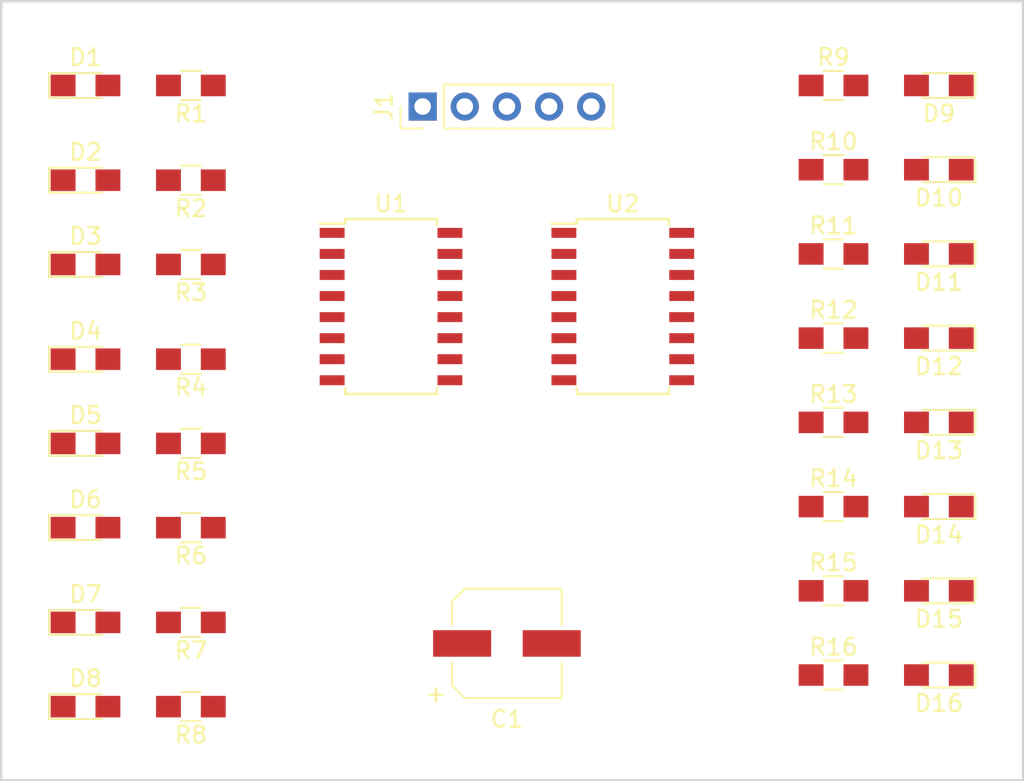
<source format=kicad_pcb>
(kicad_pcb (version 4) (host pcbnew 4.0.7-e2-6376~58~ubuntu16.04.1)

  (general
    (links 62)
    (no_connects 62)
    (area 0 0 0 0)
    (thickness 1.6)
    (drawings 5)
    (tracks 0)
    (zones 0)
    (modules 36)
    (nets 42)
  )

  (page A4)
  (title_block
    (title "16 LED Array")
    (date 2018-01-08)
    (comment 1 "Richard Memory")
  )

  (layers
    (0 F.Cu signal)
    (31 B.Cu signal)
    (32 B.Adhes user)
    (33 F.Adhes user)
    (34 B.Paste user)
    (35 F.Paste user)
    (36 B.SilkS user)
    (37 F.SilkS user)
    (38 B.Mask user)
    (39 F.Mask user)
    (40 Dwgs.User user)
    (41 Cmts.User user)
    (42 Eco1.User user)
    (43 Eco2.User user)
    (44 Edge.Cuts user)
    (45 Margin user)
    (46 B.CrtYd user)
    (47 F.CrtYd user)
    (48 B.Fab user)
    (49 F.Fab user)
  )

  (setup
    (last_trace_width 0.25)
    (trace_clearance 0.2)
    (zone_clearance 0.508)
    (zone_45_only no)
    (trace_min 0.2)
    (segment_width 0.2)
    (edge_width 0.15)
    (via_size 0.6)
    (via_drill 0.4)
    (via_min_size 0.4)
    (via_min_drill 0.3)
    (uvia_size 0.3)
    (uvia_drill 0.1)
    (uvias_allowed no)
    (uvia_min_size 0.2)
    (uvia_min_drill 0.1)
    (pcb_text_width 0.3)
    (pcb_text_size 1.5 1.5)
    (mod_edge_width 0.15)
    (mod_text_size 1 1)
    (mod_text_width 0.15)
    (pad_size 1.524 1.524)
    (pad_drill 0.762)
    (pad_to_mask_clearance 0.2)
    (aux_axis_origin 0 0)
    (visible_elements FFFFFF7F)
    (pcbplotparams
      (layerselection 0x00030_80000001)
      (usegerberextensions false)
      (excludeedgelayer true)
      (linewidth 0.100000)
      (plotframeref false)
      (viasonmask false)
      (mode 1)
      (useauxorigin false)
      (hpglpennumber 1)
      (hpglpenspeed 20)
      (hpglpendiameter 15)
      (hpglpenoverlay 2)
      (psnegative false)
      (psa4output false)
      (plotreference true)
      (plotvalue true)
      (plotinvisibletext false)
      (padsonsilk false)
      (subtractmaskfromsilk false)
      (outputformat 1)
      (mirror false)
      (drillshape 1)
      (scaleselection 1)
      (outputdirectory ""))
  )

  (net 0 "")
  (net 1 VCC)
  (net 2 GND)
  (net 3 /led_1_1)
  (net 4 "Net-(D1-Pad2)")
  (net 5 /led_1_2)
  (net 6 "Net-(D2-Pad2)")
  (net 7 /led_1_3)
  (net 8 "Net-(D3-Pad2)")
  (net 9 /led_1_4)
  (net 10 "Net-(D4-Pad2)")
  (net 11 /led_1_5)
  (net 12 "Net-(D5-Pad2)")
  (net 13 /led_1_6)
  (net 14 "Net-(D6-Pad2)")
  (net 15 /led_1_7)
  (net 16 "Net-(D7-Pad2)")
  (net 17 /led_1_8)
  (net 18 "Net-(D8-Pad2)")
  (net 19 /led_2_1)
  (net 20 "Net-(D9-Pad2)")
  (net 21 /led_2_2)
  (net 22 "Net-(D10-Pad2)")
  (net 23 /led_2_3)
  (net 24 "Net-(D11-Pad2)")
  (net 25 /led_2_4)
  (net 26 "Net-(D12-Pad2)")
  (net 27 /led_2_5)
  (net 28 "Net-(D13-Pad2)")
  (net 29 /led_2_6)
  (net 30 "Net-(D14-Pad2)")
  (net 31 /led_2_7)
  (net 32 "Net-(D15-Pad2)")
  (net 33 /led_2_8)
  (net 34 "Net-(D16-Pad2)")
  (net 35 /LATCH)
  (net 36 /CLOCK)
  (net 37 /DATA)
  (net 38 /DATA_S)
  (net 39 "Net-(U1-Pad13)")
  (net 40 "Net-(U2-Pad9)")
  (net 41 "Net-(U2-Pad13)")

  (net_class Default "This is the default net class."
    (clearance 0.2)
    (trace_width 0.25)
    (via_dia 0.6)
    (via_drill 0.4)
    (uvia_dia 0.3)
    (uvia_drill 0.1)
    (add_net /CLOCK)
    (add_net /DATA)
    (add_net /DATA_S)
    (add_net /LATCH)
    (add_net /led_1_1)
    (add_net /led_1_2)
    (add_net /led_1_3)
    (add_net /led_1_4)
    (add_net /led_1_5)
    (add_net /led_1_6)
    (add_net /led_1_7)
    (add_net /led_1_8)
    (add_net /led_2_1)
    (add_net /led_2_2)
    (add_net /led_2_3)
    (add_net /led_2_4)
    (add_net /led_2_5)
    (add_net /led_2_6)
    (add_net /led_2_7)
    (add_net /led_2_8)
    (add_net "Net-(D1-Pad2)")
    (add_net "Net-(D10-Pad2)")
    (add_net "Net-(D11-Pad2)")
    (add_net "Net-(D12-Pad2)")
    (add_net "Net-(D13-Pad2)")
    (add_net "Net-(D14-Pad2)")
    (add_net "Net-(D15-Pad2)")
    (add_net "Net-(D16-Pad2)")
    (add_net "Net-(D2-Pad2)")
    (add_net "Net-(D3-Pad2)")
    (add_net "Net-(D4-Pad2)")
    (add_net "Net-(D5-Pad2)")
    (add_net "Net-(D6-Pad2)")
    (add_net "Net-(D7-Pad2)")
    (add_net "Net-(D8-Pad2)")
    (add_net "Net-(D9-Pad2)")
    (add_net "Net-(U1-Pad13)")
    (add_net "Net-(U2-Pad13)")
    (add_net "Net-(U2-Pad9)")
  )

  (net_class Power ""
    (clearance 0.25)
    (trace_width 0.38)
    (via_dia 0.4)
    (via_drill 0.3)
    (uvia_dia 0.3)
    (uvia_drill 0.1)
    (add_net GND)
    (add_net VCC)
  )

  (module Capacitors_SMD:CP_Elec_6.3x5.3 (layer F.Cu) (tedit 58AA8B2D) (tstamp 5A5452B0)
    (at 154.305 87.63)
    (descr "SMT capacitor, aluminium electrolytic, 6.3x5.3")
    (path /5A5455A4)
    (attr smd)
    (fp_text reference C1 (at 0 4.56) (layer F.SilkS)
      (effects (font (size 1 1) (thickness 0.15)))
    )
    (fp_text value CP1 (at 0 -4.56) (layer F.Fab)
      (effects (font (size 1 1) (thickness 0.15)))
    )
    (fp_circle (center 0 0) (end 0.6 3) (layer F.Fab) (width 0.1))
    (fp_text user + (at -1.75 -0.08) (layer F.Fab)
      (effects (font (size 1 1) (thickness 0.15)))
    )
    (fp_text user + (at -4.28 3.01) (layer F.SilkS)
      (effects (font (size 1 1) (thickness 0.15)))
    )
    (fp_text user %R (at 0 4.56) (layer F.Fab)
      (effects (font (size 1 1) (thickness 0.15)))
    )
    (fp_line (start 3.15 3.15) (end 3.15 -3.15) (layer F.Fab) (width 0.1))
    (fp_line (start -2.48 3.15) (end 3.15 3.15) (layer F.Fab) (width 0.1))
    (fp_line (start -3.15 2.48) (end -2.48 3.15) (layer F.Fab) (width 0.1))
    (fp_line (start -3.15 -2.48) (end -3.15 2.48) (layer F.Fab) (width 0.1))
    (fp_line (start -2.48 -3.15) (end -3.15 -2.48) (layer F.Fab) (width 0.1))
    (fp_line (start 3.15 -3.15) (end -2.48 -3.15) (layer F.Fab) (width 0.1))
    (fp_line (start 3.3 3.3) (end 3.3 1.12) (layer F.SilkS) (width 0.12))
    (fp_line (start 3.3 -3.3) (end 3.3 -1.12) (layer F.SilkS) (width 0.12))
    (fp_line (start -3.3 2.54) (end -3.3 1.12) (layer F.SilkS) (width 0.12))
    (fp_line (start -3.3 -2.54) (end -3.3 -1.12) (layer F.SilkS) (width 0.12))
    (fp_line (start 3.3 3.3) (end -2.54 3.3) (layer F.SilkS) (width 0.12))
    (fp_line (start -2.54 3.3) (end -3.3 2.54) (layer F.SilkS) (width 0.12))
    (fp_line (start -3.3 -2.54) (end -2.54 -3.3) (layer F.SilkS) (width 0.12))
    (fp_line (start -2.54 -3.3) (end 3.3 -3.3) (layer F.SilkS) (width 0.12))
    (fp_line (start -4.7 -3.4) (end 4.7 -3.4) (layer F.CrtYd) (width 0.05))
    (fp_line (start -4.7 -3.4) (end -4.7 3.4) (layer F.CrtYd) (width 0.05))
    (fp_line (start 4.7 3.4) (end 4.7 -3.4) (layer F.CrtYd) (width 0.05))
    (fp_line (start 4.7 3.4) (end -4.7 3.4) (layer F.CrtYd) (width 0.05))
    (pad 1 smd rect (at -2.7 0 180) (size 3.5 1.6) (layers F.Cu F.Paste F.Mask)
      (net 1 VCC))
    (pad 2 smd rect (at 2.7 0 180) (size 3.5 1.6) (layers F.Cu F.Paste F.Mask)
      (net 2 GND))
    (model Capacitors_SMD.3dshapes/CP_Elec_6.3x5.3.wrl
      (at (xyz 0 0 0))
      (scale (xyz 1 1 1))
      (rotate (xyz 0 0 180))
    )
  )

  (module LEDs:LED_0805_HandSoldering (layer F.Cu) (tedit 595FCA25) (tstamp 5A5452B6)
    (at 128.905 53.975)
    (descr "Resistor SMD 0805, hand soldering")
    (tags "resistor 0805")
    (path /5A544530)
    (attr smd)
    (fp_text reference D1 (at 0 -1.7) (layer F.SilkS)
      (effects (font (size 1 1) (thickness 0.15)))
    )
    (fp_text value LED (at 0 1.75) (layer F.Fab)
      (effects (font (size 1 1) (thickness 0.15)))
    )
    (fp_line (start -0.4 -0.4) (end -0.4 0.4) (layer F.Fab) (width 0.1))
    (fp_line (start -0.4 0) (end 0.2 -0.4) (layer F.Fab) (width 0.1))
    (fp_line (start 0.2 0.4) (end -0.4 0) (layer F.Fab) (width 0.1))
    (fp_line (start 0.2 -0.4) (end 0.2 0.4) (layer F.Fab) (width 0.1))
    (fp_line (start -1 0.62) (end -1 -0.62) (layer F.Fab) (width 0.1))
    (fp_line (start 1 0.62) (end -1 0.62) (layer F.Fab) (width 0.1))
    (fp_line (start 1 -0.62) (end 1 0.62) (layer F.Fab) (width 0.1))
    (fp_line (start -1 -0.62) (end 1 -0.62) (layer F.Fab) (width 0.1))
    (fp_line (start 1 0.75) (end -2.2 0.75) (layer F.SilkS) (width 0.12))
    (fp_line (start -2.2 -0.75) (end 1 -0.75) (layer F.SilkS) (width 0.12))
    (fp_line (start -2.35 -0.9) (end 2.35 -0.9) (layer F.CrtYd) (width 0.05))
    (fp_line (start -2.35 -0.9) (end -2.35 0.9) (layer F.CrtYd) (width 0.05))
    (fp_line (start 2.35 0.9) (end 2.35 -0.9) (layer F.CrtYd) (width 0.05))
    (fp_line (start 2.35 0.9) (end -2.35 0.9) (layer F.CrtYd) (width 0.05))
    (fp_line (start -2.2 -0.75) (end -2.2 0.75) (layer F.SilkS) (width 0.12))
    (pad 1 smd rect (at -1.35 0) (size 1.5 1.3) (layers F.Cu F.Paste F.Mask)
      (net 3 /led_1_1))
    (pad 2 smd rect (at 1.35 0) (size 1.5 1.3) (layers F.Cu F.Paste F.Mask)
      (net 4 "Net-(D1-Pad2)"))
    (model ${KISYS3DMOD}/LEDs.3dshapes/LED_0805.wrl
      (at (xyz 0 0 0))
      (scale (xyz 1 1 1))
      (rotate (xyz 0 0 0))
    )
  )

  (module LEDs:LED_0805_HandSoldering (layer F.Cu) (tedit 595FCA25) (tstamp 5A5452BC)
    (at 128.905 59.69)
    (descr "Resistor SMD 0805, hand soldering")
    (tags "resistor 0805")
    (path /5A544562)
    (attr smd)
    (fp_text reference D2 (at 0 -1.7) (layer F.SilkS)
      (effects (font (size 1 1) (thickness 0.15)))
    )
    (fp_text value LED (at 0 1.75) (layer F.Fab)
      (effects (font (size 1 1) (thickness 0.15)))
    )
    (fp_line (start -0.4 -0.4) (end -0.4 0.4) (layer F.Fab) (width 0.1))
    (fp_line (start -0.4 0) (end 0.2 -0.4) (layer F.Fab) (width 0.1))
    (fp_line (start 0.2 0.4) (end -0.4 0) (layer F.Fab) (width 0.1))
    (fp_line (start 0.2 -0.4) (end 0.2 0.4) (layer F.Fab) (width 0.1))
    (fp_line (start -1 0.62) (end -1 -0.62) (layer F.Fab) (width 0.1))
    (fp_line (start 1 0.62) (end -1 0.62) (layer F.Fab) (width 0.1))
    (fp_line (start 1 -0.62) (end 1 0.62) (layer F.Fab) (width 0.1))
    (fp_line (start -1 -0.62) (end 1 -0.62) (layer F.Fab) (width 0.1))
    (fp_line (start 1 0.75) (end -2.2 0.75) (layer F.SilkS) (width 0.12))
    (fp_line (start -2.2 -0.75) (end 1 -0.75) (layer F.SilkS) (width 0.12))
    (fp_line (start -2.35 -0.9) (end 2.35 -0.9) (layer F.CrtYd) (width 0.05))
    (fp_line (start -2.35 -0.9) (end -2.35 0.9) (layer F.CrtYd) (width 0.05))
    (fp_line (start 2.35 0.9) (end 2.35 -0.9) (layer F.CrtYd) (width 0.05))
    (fp_line (start 2.35 0.9) (end -2.35 0.9) (layer F.CrtYd) (width 0.05))
    (fp_line (start -2.2 -0.75) (end -2.2 0.75) (layer F.SilkS) (width 0.12))
    (pad 1 smd rect (at -1.35 0) (size 1.5 1.3) (layers F.Cu F.Paste F.Mask)
      (net 5 /led_1_2))
    (pad 2 smd rect (at 1.35 0) (size 1.5 1.3) (layers F.Cu F.Paste F.Mask)
      (net 6 "Net-(D2-Pad2)"))
    (model ${KISYS3DMOD}/LEDs.3dshapes/LED_0805.wrl
      (at (xyz 0 0 0))
      (scale (xyz 1 1 1))
      (rotate (xyz 0 0 0))
    )
  )

  (module LEDs:LED_0805_HandSoldering (layer F.Cu) (tedit 595FCA25) (tstamp 5A5452C2)
    (at 128.905 64.77)
    (descr "Resistor SMD 0805, hand soldering")
    (tags "resistor 0805")
    (path /5A544588)
    (attr smd)
    (fp_text reference D3 (at 0 -1.7) (layer F.SilkS)
      (effects (font (size 1 1) (thickness 0.15)))
    )
    (fp_text value LED (at 0 1.75) (layer F.Fab)
      (effects (font (size 1 1) (thickness 0.15)))
    )
    (fp_line (start -0.4 -0.4) (end -0.4 0.4) (layer F.Fab) (width 0.1))
    (fp_line (start -0.4 0) (end 0.2 -0.4) (layer F.Fab) (width 0.1))
    (fp_line (start 0.2 0.4) (end -0.4 0) (layer F.Fab) (width 0.1))
    (fp_line (start 0.2 -0.4) (end 0.2 0.4) (layer F.Fab) (width 0.1))
    (fp_line (start -1 0.62) (end -1 -0.62) (layer F.Fab) (width 0.1))
    (fp_line (start 1 0.62) (end -1 0.62) (layer F.Fab) (width 0.1))
    (fp_line (start 1 -0.62) (end 1 0.62) (layer F.Fab) (width 0.1))
    (fp_line (start -1 -0.62) (end 1 -0.62) (layer F.Fab) (width 0.1))
    (fp_line (start 1 0.75) (end -2.2 0.75) (layer F.SilkS) (width 0.12))
    (fp_line (start -2.2 -0.75) (end 1 -0.75) (layer F.SilkS) (width 0.12))
    (fp_line (start -2.35 -0.9) (end 2.35 -0.9) (layer F.CrtYd) (width 0.05))
    (fp_line (start -2.35 -0.9) (end -2.35 0.9) (layer F.CrtYd) (width 0.05))
    (fp_line (start 2.35 0.9) (end 2.35 -0.9) (layer F.CrtYd) (width 0.05))
    (fp_line (start 2.35 0.9) (end -2.35 0.9) (layer F.CrtYd) (width 0.05))
    (fp_line (start -2.2 -0.75) (end -2.2 0.75) (layer F.SilkS) (width 0.12))
    (pad 1 smd rect (at -1.35 0) (size 1.5 1.3) (layers F.Cu F.Paste F.Mask)
      (net 7 /led_1_3))
    (pad 2 smd rect (at 1.35 0) (size 1.5 1.3) (layers F.Cu F.Paste F.Mask)
      (net 8 "Net-(D3-Pad2)"))
    (model ${KISYS3DMOD}/LEDs.3dshapes/LED_0805.wrl
      (at (xyz 0 0 0))
      (scale (xyz 1 1 1))
      (rotate (xyz 0 0 0))
    )
  )

  (module LEDs:LED_0805_HandSoldering (layer F.Cu) (tedit 595FCA25) (tstamp 5A5452C8)
    (at 128.905 70.485)
    (descr "Resistor SMD 0805, hand soldering")
    (tags "resistor 0805")
    (path /5A5445B1)
    (attr smd)
    (fp_text reference D4 (at 0 -1.7) (layer F.SilkS)
      (effects (font (size 1 1) (thickness 0.15)))
    )
    (fp_text value LED (at 0 1.75) (layer F.Fab)
      (effects (font (size 1 1) (thickness 0.15)))
    )
    (fp_line (start -0.4 -0.4) (end -0.4 0.4) (layer F.Fab) (width 0.1))
    (fp_line (start -0.4 0) (end 0.2 -0.4) (layer F.Fab) (width 0.1))
    (fp_line (start 0.2 0.4) (end -0.4 0) (layer F.Fab) (width 0.1))
    (fp_line (start 0.2 -0.4) (end 0.2 0.4) (layer F.Fab) (width 0.1))
    (fp_line (start -1 0.62) (end -1 -0.62) (layer F.Fab) (width 0.1))
    (fp_line (start 1 0.62) (end -1 0.62) (layer F.Fab) (width 0.1))
    (fp_line (start 1 -0.62) (end 1 0.62) (layer F.Fab) (width 0.1))
    (fp_line (start -1 -0.62) (end 1 -0.62) (layer F.Fab) (width 0.1))
    (fp_line (start 1 0.75) (end -2.2 0.75) (layer F.SilkS) (width 0.12))
    (fp_line (start -2.2 -0.75) (end 1 -0.75) (layer F.SilkS) (width 0.12))
    (fp_line (start -2.35 -0.9) (end 2.35 -0.9) (layer F.CrtYd) (width 0.05))
    (fp_line (start -2.35 -0.9) (end -2.35 0.9) (layer F.CrtYd) (width 0.05))
    (fp_line (start 2.35 0.9) (end 2.35 -0.9) (layer F.CrtYd) (width 0.05))
    (fp_line (start 2.35 0.9) (end -2.35 0.9) (layer F.CrtYd) (width 0.05))
    (fp_line (start -2.2 -0.75) (end -2.2 0.75) (layer F.SilkS) (width 0.12))
    (pad 1 smd rect (at -1.35 0) (size 1.5 1.3) (layers F.Cu F.Paste F.Mask)
      (net 9 /led_1_4))
    (pad 2 smd rect (at 1.35 0) (size 1.5 1.3) (layers F.Cu F.Paste F.Mask)
      (net 10 "Net-(D4-Pad2)"))
    (model ${KISYS3DMOD}/LEDs.3dshapes/LED_0805.wrl
      (at (xyz 0 0 0))
      (scale (xyz 1 1 1))
      (rotate (xyz 0 0 0))
    )
  )

  (module LEDs:LED_0805_HandSoldering (layer F.Cu) (tedit 595FCA25) (tstamp 5A5452CE)
    (at 128.905 75.565)
    (descr "Resistor SMD 0805, hand soldering")
    (tags "resistor 0805")
    (path /5A5445DB)
    (attr smd)
    (fp_text reference D5 (at 0 -1.7) (layer F.SilkS)
      (effects (font (size 1 1) (thickness 0.15)))
    )
    (fp_text value LED (at 0 1.75) (layer F.Fab)
      (effects (font (size 1 1) (thickness 0.15)))
    )
    (fp_line (start -0.4 -0.4) (end -0.4 0.4) (layer F.Fab) (width 0.1))
    (fp_line (start -0.4 0) (end 0.2 -0.4) (layer F.Fab) (width 0.1))
    (fp_line (start 0.2 0.4) (end -0.4 0) (layer F.Fab) (width 0.1))
    (fp_line (start 0.2 -0.4) (end 0.2 0.4) (layer F.Fab) (width 0.1))
    (fp_line (start -1 0.62) (end -1 -0.62) (layer F.Fab) (width 0.1))
    (fp_line (start 1 0.62) (end -1 0.62) (layer F.Fab) (width 0.1))
    (fp_line (start 1 -0.62) (end 1 0.62) (layer F.Fab) (width 0.1))
    (fp_line (start -1 -0.62) (end 1 -0.62) (layer F.Fab) (width 0.1))
    (fp_line (start 1 0.75) (end -2.2 0.75) (layer F.SilkS) (width 0.12))
    (fp_line (start -2.2 -0.75) (end 1 -0.75) (layer F.SilkS) (width 0.12))
    (fp_line (start -2.35 -0.9) (end 2.35 -0.9) (layer F.CrtYd) (width 0.05))
    (fp_line (start -2.35 -0.9) (end -2.35 0.9) (layer F.CrtYd) (width 0.05))
    (fp_line (start 2.35 0.9) (end 2.35 -0.9) (layer F.CrtYd) (width 0.05))
    (fp_line (start 2.35 0.9) (end -2.35 0.9) (layer F.CrtYd) (width 0.05))
    (fp_line (start -2.2 -0.75) (end -2.2 0.75) (layer F.SilkS) (width 0.12))
    (pad 1 smd rect (at -1.35 0) (size 1.5 1.3) (layers F.Cu F.Paste F.Mask)
      (net 11 /led_1_5))
    (pad 2 smd rect (at 1.35 0) (size 1.5 1.3) (layers F.Cu F.Paste F.Mask)
      (net 12 "Net-(D5-Pad2)"))
    (model ${KISYS3DMOD}/LEDs.3dshapes/LED_0805.wrl
      (at (xyz 0 0 0))
      (scale (xyz 1 1 1))
      (rotate (xyz 0 0 0))
    )
  )

  (module LEDs:LED_0805_HandSoldering (layer F.Cu) (tedit 595FCA25) (tstamp 5A5452D4)
    (at 128.905 80.645)
    (descr "Resistor SMD 0805, hand soldering")
    (tags "resistor 0805")
    (path /5A54463E)
    (attr smd)
    (fp_text reference D6 (at 0 -1.7) (layer F.SilkS)
      (effects (font (size 1 1) (thickness 0.15)))
    )
    (fp_text value LED (at 0 1.75) (layer F.Fab)
      (effects (font (size 1 1) (thickness 0.15)))
    )
    (fp_line (start -0.4 -0.4) (end -0.4 0.4) (layer F.Fab) (width 0.1))
    (fp_line (start -0.4 0) (end 0.2 -0.4) (layer F.Fab) (width 0.1))
    (fp_line (start 0.2 0.4) (end -0.4 0) (layer F.Fab) (width 0.1))
    (fp_line (start 0.2 -0.4) (end 0.2 0.4) (layer F.Fab) (width 0.1))
    (fp_line (start -1 0.62) (end -1 -0.62) (layer F.Fab) (width 0.1))
    (fp_line (start 1 0.62) (end -1 0.62) (layer F.Fab) (width 0.1))
    (fp_line (start 1 -0.62) (end 1 0.62) (layer F.Fab) (width 0.1))
    (fp_line (start -1 -0.62) (end 1 -0.62) (layer F.Fab) (width 0.1))
    (fp_line (start 1 0.75) (end -2.2 0.75) (layer F.SilkS) (width 0.12))
    (fp_line (start -2.2 -0.75) (end 1 -0.75) (layer F.SilkS) (width 0.12))
    (fp_line (start -2.35 -0.9) (end 2.35 -0.9) (layer F.CrtYd) (width 0.05))
    (fp_line (start -2.35 -0.9) (end -2.35 0.9) (layer F.CrtYd) (width 0.05))
    (fp_line (start 2.35 0.9) (end 2.35 -0.9) (layer F.CrtYd) (width 0.05))
    (fp_line (start 2.35 0.9) (end -2.35 0.9) (layer F.CrtYd) (width 0.05))
    (fp_line (start -2.2 -0.75) (end -2.2 0.75) (layer F.SilkS) (width 0.12))
    (pad 1 smd rect (at -1.35 0) (size 1.5 1.3) (layers F.Cu F.Paste F.Mask)
      (net 13 /led_1_6))
    (pad 2 smd rect (at 1.35 0) (size 1.5 1.3) (layers F.Cu F.Paste F.Mask)
      (net 14 "Net-(D6-Pad2)"))
    (model ${KISYS3DMOD}/LEDs.3dshapes/LED_0805.wrl
      (at (xyz 0 0 0))
      (scale (xyz 1 1 1))
      (rotate (xyz 0 0 0))
    )
  )

  (module LEDs:LED_0805_HandSoldering (layer F.Cu) (tedit 595FCA25) (tstamp 5A5452DA)
    (at 128.905 86.36)
    (descr "Resistor SMD 0805, hand soldering")
    (tags "resistor 0805")
    (path /5A544670)
    (attr smd)
    (fp_text reference D7 (at 0 -1.7) (layer F.SilkS)
      (effects (font (size 1 1) (thickness 0.15)))
    )
    (fp_text value LED (at 0 1.75) (layer F.Fab)
      (effects (font (size 1 1) (thickness 0.15)))
    )
    (fp_line (start -0.4 -0.4) (end -0.4 0.4) (layer F.Fab) (width 0.1))
    (fp_line (start -0.4 0) (end 0.2 -0.4) (layer F.Fab) (width 0.1))
    (fp_line (start 0.2 0.4) (end -0.4 0) (layer F.Fab) (width 0.1))
    (fp_line (start 0.2 -0.4) (end 0.2 0.4) (layer F.Fab) (width 0.1))
    (fp_line (start -1 0.62) (end -1 -0.62) (layer F.Fab) (width 0.1))
    (fp_line (start 1 0.62) (end -1 0.62) (layer F.Fab) (width 0.1))
    (fp_line (start 1 -0.62) (end 1 0.62) (layer F.Fab) (width 0.1))
    (fp_line (start -1 -0.62) (end 1 -0.62) (layer F.Fab) (width 0.1))
    (fp_line (start 1 0.75) (end -2.2 0.75) (layer F.SilkS) (width 0.12))
    (fp_line (start -2.2 -0.75) (end 1 -0.75) (layer F.SilkS) (width 0.12))
    (fp_line (start -2.35 -0.9) (end 2.35 -0.9) (layer F.CrtYd) (width 0.05))
    (fp_line (start -2.35 -0.9) (end -2.35 0.9) (layer F.CrtYd) (width 0.05))
    (fp_line (start 2.35 0.9) (end 2.35 -0.9) (layer F.CrtYd) (width 0.05))
    (fp_line (start 2.35 0.9) (end -2.35 0.9) (layer F.CrtYd) (width 0.05))
    (fp_line (start -2.2 -0.75) (end -2.2 0.75) (layer F.SilkS) (width 0.12))
    (pad 1 smd rect (at -1.35 0) (size 1.5 1.3) (layers F.Cu F.Paste F.Mask)
      (net 15 /led_1_7))
    (pad 2 smd rect (at 1.35 0) (size 1.5 1.3) (layers F.Cu F.Paste F.Mask)
      (net 16 "Net-(D7-Pad2)"))
    (model ${KISYS3DMOD}/LEDs.3dshapes/LED_0805.wrl
      (at (xyz 0 0 0))
      (scale (xyz 1 1 1))
      (rotate (xyz 0 0 0))
    )
  )

  (module LEDs:LED_0805_HandSoldering (layer F.Cu) (tedit 595FCA25) (tstamp 5A5452E0)
    (at 128.905 91.44)
    (descr "Resistor SMD 0805, hand soldering")
    (tags "resistor 0805")
    (path /5A5446A9)
    (attr smd)
    (fp_text reference D8 (at 0 -1.7) (layer F.SilkS)
      (effects (font (size 1 1) (thickness 0.15)))
    )
    (fp_text value LED (at 0 1.75) (layer F.Fab)
      (effects (font (size 1 1) (thickness 0.15)))
    )
    (fp_line (start -0.4 -0.4) (end -0.4 0.4) (layer F.Fab) (width 0.1))
    (fp_line (start -0.4 0) (end 0.2 -0.4) (layer F.Fab) (width 0.1))
    (fp_line (start 0.2 0.4) (end -0.4 0) (layer F.Fab) (width 0.1))
    (fp_line (start 0.2 -0.4) (end 0.2 0.4) (layer F.Fab) (width 0.1))
    (fp_line (start -1 0.62) (end -1 -0.62) (layer F.Fab) (width 0.1))
    (fp_line (start 1 0.62) (end -1 0.62) (layer F.Fab) (width 0.1))
    (fp_line (start 1 -0.62) (end 1 0.62) (layer F.Fab) (width 0.1))
    (fp_line (start -1 -0.62) (end 1 -0.62) (layer F.Fab) (width 0.1))
    (fp_line (start 1 0.75) (end -2.2 0.75) (layer F.SilkS) (width 0.12))
    (fp_line (start -2.2 -0.75) (end 1 -0.75) (layer F.SilkS) (width 0.12))
    (fp_line (start -2.35 -0.9) (end 2.35 -0.9) (layer F.CrtYd) (width 0.05))
    (fp_line (start -2.35 -0.9) (end -2.35 0.9) (layer F.CrtYd) (width 0.05))
    (fp_line (start 2.35 0.9) (end 2.35 -0.9) (layer F.CrtYd) (width 0.05))
    (fp_line (start 2.35 0.9) (end -2.35 0.9) (layer F.CrtYd) (width 0.05))
    (fp_line (start -2.2 -0.75) (end -2.2 0.75) (layer F.SilkS) (width 0.12))
    (pad 1 smd rect (at -1.35 0) (size 1.5 1.3) (layers F.Cu F.Paste F.Mask)
      (net 17 /led_1_8))
    (pad 2 smd rect (at 1.35 0) (size 1.5 1.3) (layers F.Cu F.Paste F.Mask)
      (net 18 "Net-(D8-Pad2)"))
    (model ${KISYS3DMOD}/LEDs.3dshapes/LED_0805.wrl
      (at (xyz 0 0 0))
      (scale (xyz 1 1 1))
      (rotate (xyz 0 0 0))
    )
  )

  (module LEDs:LED_0805_HandSoldering (layer F.Cu) (tedit 595FCA25) (tstamp 5A5452E6)
    (at 180.34 53.975 180)
    (descr "Resistor SMD 0805, hand soldering")
    (tags "resistor 0805")
    (path /5A5454FE)
    (attr smd)
    (fp_text reference D9 (at 0 -1.7 180) (layer F.SilkS)
      (effects (font (size 1 1) (thickness 0.15)))
    )
    (fp_text value LED (at 0 1.75 180) (layer F.Fab)
      (effects (font (size 1 1) (thickness 0.15)))
    )
    (fp_line (start -0.4 -0.4) (end -0.4 0.4) (layer F.Fab) (width 0.1))
    (fp_line (start -0.4 0) (end 0.2 -0.4) (layer F.Fab) (width 0.1))
    (fp_line (start 0.2 0.4) (end -0.4 0) (layer F.Fab) (width 0.1))
    (fp_line (start 0.2 -0.4) (end 0.2 0.4) (layer F.Fab) (width 0.1))
    (fp_line (start -1 0.62) (end -1 -0.62) (layer F.Fab) (width 0.1))
    (fp_line (start 1 0.62) (end -1 0.62) (layer F.Fab) (width 0.1))
    (fp_line (start 1 -0.62) (end 1 0.62) (layer F.Fab) (width 0.1))
    (fp_line (start -1 -0.62) (end 1 -0.62) (layer F.Fab) (width 0.1))
    (fp_line (start 1 0.75) (end -2.2 0.75) (layer F.SilkS) (width 0.12))
    (fp_line (start -2.2 -0.75) (end 1 -0.75) (layer F.SilkS) (width 0.12))
    (fp_line (start -2.35 -0.9) (end 2.35 -0.9) (layer F.CrtYd) (width 0.05))
    (fp_line (start -2.35 -0.9) (end -2.35 0.9) (layer F.CrtYd) (width 0.05))
    (fp_line (start 2.35 0.9) (end 2.35 -0.9) (layer F.CrtYd) (width 0.05))
    (fp_line (start 2.35 0.9) (end -2.35 0.9) (layer F.CrtYd) (width 0.05))
    (fp_line (start -2.2 -0.75) (end -2.2 0.75) (layer F.SilkS) (width 0.12))
    (pad 1 smd rect (at -1.35 0 180) (size 1.5 1.3) (layers F.Cu F.Paste F.Mask)
      (net 19 /led_2_1))
    (pad 2 smd rect (at 1.35 0 180) (size 1.5 1.3) (layers F.Cu F.Paste F.Mask)
      (net 20 "Net-(D9-Pad2)"))
    (model ${KISYS3DMOD}/LEDs.3dshapes/LED_0805.wrl
      (at (xyz 0 0 0))
      (scale (xyz 1 1 1))
      (rotate (xyz 0 0 0))
    )
  )

  (module LEDs:LED_0805_HandSoldering (layer F.Cu) (tedit 595FCA25) (tstamp 5A5452EC)
    (at 180.34 59.055 180)
    (descr "Resistor SMD 0805, hand soldering")
    (tags "resistor 0805")
    (path /5A545504)
    (attr smd)
    (fp_text reference D10 (at 0 -1.7 180) (layer F.SilkS)
      (effects (font (size 1 1) (thickness 0.15)))
    )
    (fp_text value LED (at 0 1.75 180) (layer F.Fab)
      (effects (font (size 1 1) (thickness 0.15)))
    )
    (fp_line (start -0.4 -0.4) (end -0.4 0.4) (layer F.Fab) (width 0.1))
    (fp_line (start -0.4 0) (end 0.2 -0.4) (layer F.Fab) (width 0.1))
    (fp_line (start 0.2 0.4) (end -0.4 0) (layer F.Fab) (width 0.1))
    (fp_line (start 0.2 -0.4) (end 0.2 0.4) (layer F.Fab) (width 0.1))
    (fp_line (start -1 0.62) (end -1 -0.62) (layer F.Fab) (width 0.1))
    (fp_line (start 1 0.62) (end -1 0.62) (layer F.Fab) (width 0.1))
    (fp_line (start 1 -0.62) (end 1 0.62) (layer F.Fab) (width 0.1))
    (fp_line (start -1 -0.62) (end 1 -0.62) (layer F.Fab) (width 0.1))
    (fp_line (start 1 0.75) (end -2.2 0.75) (layer F.SilkS) (width 0.12))
    (fp_line (start -2.2 -0.75) (end 1 -0.75) (layer F.SilkS) (width 0.12))
    (fp_line (start -2.35 -0.9) (end 2.35 -0.9) (layer F.CrtYd) (width 0.05))
    (fp_line (start -2.35 -0.9) (end -2.35 0.9) (layer F.CrtYd) (width 0.05))
    (fp_line (start 2.35 0.9) (end 2.35 -0.9) (layer F.CrtYd) (width 0.05))
    (fp_line (start 2.35 0.9) (end -2.35 0.9) (layer F.CrtYd) (width 0.05))
    (fp_line (start -2.2 -0.75) (end -2.2 0.75) (layer F.SilkS) (width 0.12))
    (pad 1 smd rect (at -1.35 0 180) (size 1.5 1.3) (layers F.Cu F.Paste F.Mask)
      (net 21 /led_2_2))
    (pad 2 smd rect (at 1.35 0 180) (size 1.5 1.3) (layers F.Cu F.Paste F.Mask)
      (net 22 "Net-(D10-Pad2)"))
    (model ${KISYS3DMOD}/LEDs.3dshapes/LED_0805.wrl
      (at (xyz 0 0 0))
      (scale (xyz 1 1 1))
      (rotate (xyz 0 0 0))
    )
  )

  (module LEDs:LED_0805_HandSoldering (layer F.Cu) (tedit 595FCA25) (tstamp 5A5452F2)
    (at 180.34 64.135 180)
    (descr "Resistor SMD 0805, hand soldering")
    (tags "resistor 0805")
    (path /5A54550A)
    (attr smd)
    (fp_text reference D11 (at 0 -1.7 180) (layer F.SilkS)
      (effects (font (size 1 1) (thickness 0.15)))
    )
    (fp_text value LED (at 0 1.75 180) (layer F.Fab)
      (effects (font (size 1 1) (thickness 0.15)))
    )
    (fp_line (start -0.4 -0.4) (end -0.4 0.4) (layer F.Fab) (width 0.1))
    (fp_line (start -0.4 0) (end 0.2 -0.4) (layer F.Fab) (width 0.1))
    (fp_line (start 0.2 0.4) (end -0.4 0) (layer F.Fab) (width 0.1))
    (fp_line (start 0.2 -0.4) (end 0.2 0.4) (layer F.Fab) (width 0.1))
    (fp_line (start -1 0.62) (end -1 -0.62) (layer F.Fab) (width 0.1))
    (fp_line (start 1 0.62) (end -1 0.62) (layer F.Fab) (width 0.1))
    (fp_line (start 1 -0.62) (end 1 0.62) (layer F.Fab) (width 0.1))
    (fp_line (start -1 -0.62) (end 1 -0.62) (layer F.Fab) (width 0.1))
    (fp_line (start 1 0.75) (end -2.2 0.75) (layer F.SilkS) (width 0.12))
    (fp_line (start -2.2 -0.75) (end 1 -0.75) (layer F.SilkS) (width 0.12))
    (fp_line (start -2.35 -0.9) (end 2.35 -0.9) (layer F.CrtYd) (width 0.05))
    (fp_line (start -2.35 -0.9) (end -2.35 0.9) (layer F.CrtYd) (width 0.05))
    (fp_line (start 2.35 0.9) (end 2.35 -0.9) (layer F.CrtYd) (width 0.05))
    (fp_line (start 2.35 0.9) (end -2.35 0.9) (layer F.CrtYd) (width 0.05))
    (fp_line (start -2.2 -0.75) (end -2.2 0.75) (layer F.SilkS) (width 0.12))
    (pad 1 smd rect (at -1.35 0 180) (size 1.5 1.3) (layers F.Cu F.Paste F.Mask)
      (net 23 /led_2_3))
    (pad 2 smd rect (at 1.35 0 180) (size 1.5 1.3) (layers F.Cu F.Paste F.Mask)
      (net 24 "Net-(D11-Pad2)"))
    (model ${KISYS3DMOD}/LEDs.3dshapes/LED_0805.wrl
      (at (xyz 0 0 0))
      (scale (xyz 1 1 1))
      (rotate (xyz 0 0 0))
    )
  )

  (module LEDs:LED_0805_HandSoldering (layer F.Cu) (tedit 595FCA25) (tstamp 5A5452F8)
    (at 180.34 69.215 180)
    (descr "Resistor SMD 0805, hand soldering")
    (tags "resistor 0805")
    (path /5A545510)
    (attr smd)
    (fp_text reference D12 (at 0 -1.7 180) (layer F.SilkS)
      (effects (font (size 1 1) (thickness 0.15)))
    )
    (fp_text value LED (at 0 1.75 180) (layer F.Fab)
      (effects (font (size 1 1) (thickness 0.15)))
    )
    (fp_line (start -0.4 -0.4) (end -0.4 0.4) (layer F.Fab) (width 0.1))
    (fp_line (start -0.4 0) (end 0.2 -0.4) (layer F.Fab) (width 0.1))
    (fp_line (start 0.2 0.4) (end -0.4 0) (layer F.Fab) (width 0.1))
    (fp_line (start 0.2 -0.4) (end 0.2 0.4) (layer F.Fab) (width 0.1))
    (fp_line (start -1 0.62) (end -1 -0.62) (layer F.Fab) (width 0.1))
    (fp_line (start 1 0.62) (end -1 0.62) (layer F.Fab) (width 0.1))
    (fp_line (start 1 -0.62) (end 1 0.62) (layer F.Fab) (width 0.1))
    (fp_line (start -1 -0.62) (end 1 -0.62) (layer F.Fab) (width 0.1))
    (fp_line (start 1 0.75) (end -2.2 0.75) (layer F.SilkS) (width 0.12))
    (fp_line (start -2.2 -0.75) (end 1 -0.75) (layer F.SilkS) (width 0.12))
    (fp_line (start -2.35 -0.9) (end 2.35 -0.9) (layer F.CrtYd) (width 0.05))
    (fp_line (start -2.35 -0.9) (end -2.35 0.9) (layer F.CrtYd) (width 0.05))
    (fp_line (start 2.35 0.9) (end 2.35 -0.9) (layer F.CrtYd) (width 0.05))
    (fp_line (start 2.35 0.9) (end -2.35 0.9) (layer F.CrtYd) (width 0.05))
    (fp_line (start -2.2 -0.75) (end -2.2 0.75) (layer F.SilkS) (width 0.12))
    (pad 1 smd rect (at -1.35 0 180) (size 1.5 1.3) (layers F.Cu F.Paste F.Mask)
      (net 25 /led_2_4))
    (pad 2 smd rect (at 1.35 0 180) (size 1.5 1.3) (layers F.Cu F.Paste F.Mask)
      (net 26 "Net-(D12-Pad2)"))
    (model ${KISYS3DMOD}/LEDs.3dshapes/LED_0805.wrl
      (at (xyz 0 0 0))
      (scale (xyz 1 1 1))
      (rotate (xyz 0 0 0))
    )
  )

  (module LEDs:LED_0805_HandSoldering (layer F.Cu) (tedit 595FCA25) (tstamp 5A5452FE)
    (at 180.34 74.295 180)
    (descr "Resistor SMD 0805, hand soldering")
    (tags "resistor 0805")
    (path /5A545516)
    (attr smd)
    (fp_text reference D13 (at 0 -1.7 180) (layer F.SilkS)
      (effects (font (size 1 1) (thickness 0.15)))
    )
    (fp_text value LED (at 0 1.75 180) (layer F.Fab)
      (effects (font (size 1 1) (thickness 0.15)))
    )
    (fp_line (start -0.4 -0.4) (end -0.4 0.4) (layer F.Fab) (width 0.1))
    (fp_line (start -0.4 0) (end 0.2 -0.4) (layer F.Fab) (width 0.1))
    (fp_line (start 0.2 0.4) (end -0.4 0) (layer F.Fab) (width 0.1))
    (fp_line (start 0.2 -0.4) (end 0.2 0.4) (layer F.Fab) (width 0.1))
    (fp_line (start -1 0.62) (end -1 -0.62) (layer F.Fab) (width 0.1))
    (fp_line (start 1 0.62) (end -1 0.62) (layer F.Fab) (width 0.1))
    (fp_line (start 1 -0.62) (end 1 0.62) (layer F.Fab) (width 0.1))
    (fp_line (start -1 -0.62) (end 1 -0.62) (layer F.Fab) (width 0.1))
    (fp_line (start 1 0.75) (end -2.2 0.75) (layer F.SilkS) (width 0.12))
    (fp_line (start -2.2 -0.75) (end 1 -0.75) (layer F.SilkS) (width 0.12))
    (fp_line (start -2.35 -0.9) (end 2.35 -0.9) (layer F.CrtYd) (width 0.05))
    (fp_line (start -2.35 -0.9) (end -2.35 0.9) (layer F.CrtYd) (width 0.05))
    (fp_line (start 2.35 0.9) (end 2.35 -0.9) (layer F.CrtYd) (width 0.05))
    (fp_line (start 2.35 0.9) (end -2.35 0.9) (layer F.CrtYd) (width 0.05))
    (fp_line (start -2.2 -0.75) (end -2.2 0.75) (layer F.SilkS) (width 0.12))
    (pad 1 smd rect (at -1.35 0 180) (size 1.5 1.3) (layers F.Cu F.Paste F.Mask)
      (net 27 /led_2_5))
    (pad 2 smd rect (at 1.35 0 180) (size 1.5 1.3) (layers F.Cu F.Paste F.Mask)
      (net 28 "Net-(D13-Pad2)"))
    (model ${KISYS3DMOD}/LEDs.3dshapes/LED_0805.wrl
      (at (xyz 0 0 0))
      (scale (xyz 1 1 1))
      (rotate (xyz 0 0 0))
    )
  )

  (module LEDs:LED_0805_HandSoldering (layer F.Cu) (tedit 595FCA25) (tstamp 5A545304)
    (at 180.34 79.375 180)
    (descr "Resistor SMD 0805, hand soldering")
    (tags "resistor 0805")
    (path /5A54551C)
    (attr smd)
    (fp_text reference D14 (at 0 -1.7 180) (layer F.SilkS)
      (effects (font (size 1 1) (thickness 0.15)))
    )
    (fp_text value LED (at 0 1.75 180) (layer F.Fab)
      (effects (font (size 1 1) (thickness 0.15)))
    )
    (fp_line (start -0.4 -0.4) (end -0.4 0.4) (layer F.Fab) (width 0.1))
    (fp_line (start -0.4 0) (end 0.2 -0.4) (layer F.Fab) (width 0.1))
    (fp_line (start 0.2 0.4) (end -0.4 0) (layer F.Fab) (width 0.1))
    (fp_line (start 0.2 -0.4) (end 0.2 0.4) (layer F.Fab) (width 0.1))
    (fp_line (start -1 0.62) (end -1 -0.62) (layer F.Fab) (width 0.1))
    (fp_line (start 1 0.62) (end -1 0.62) (layer F.Fab) (width 0.1))
    (fp_line (start 1 -0.62) (end 1 0.62) (layer F.Fab) (width 0.1))
    (fp_line (start -1 -0.62) (end 1 -0.62) (layer F.Fab) (width 0.1))
    (fp_line (start 1 0.75) (end -2.2 0.75) (layer F.SilkS) (width 0.12))
    (fp_line (start -2.2 -0.75) (end 1 -0.75) (layer F.SilkS) (width 0.12))
    (fp_line (start -2.35 -0.9) (end 2.35 -0.9) (layer F.CrtYd) (width 0.05))
    (fp_line (start -2.35 -0.9) (end -2.35 0.9) (layer F.CrtYd) (width 0.05))
    (fp_line (start 2.35 0.9) (end 2.35 -0.9) (layer F.CrtYd) (width 0.05))
    (fp_line (start 2.35 0.9) (end -2.35 0.9) (layer F.CrtYd) (width 0.05))
    (fp_line (start -2.2 -0.75) (end -2.2 0.75) (layer F.SilkS) (width 0.12))
    (pad 1 smd rect (at -1.35 0 180) (size 1.5 1.3) (layers F.Cu F.Paste F.Mask)
      (net 29 /led_2_6))
    (pad 2 smd rect (at 1.35 0 180) (size 1.5 1.3) (layers F.Cu F.Paste F.Mask)
      (net 30 "Net-(D14-Pad2)"))
    (model ${KISYS3DMOD}/LEDs.3dshapes/LED_0805.wrl
      (at (xyz 0 0 0))
      (scale (xyz 1 1 1))
      (rotate (xyz 0 0 0))
    )
  )

  (module LEDs:LED_0805_HandSoldering (layer F.Cu) (tedit 595FCA25) (tstamp 5A54530A)
    (at 180.34 84.455 180)
    (descr "Resistor SMD 0805, hand soldering")
    (tags "resistor 0805")
    (path /5A545522)
    (attr smd)
    (fp_text reference D15 (at 0 -1.7 180) (layer F.SilkS)
      (effects (font (size 1 1) (thickness 0.15)))
    )
    (fp_text value LED (at 0 1.75 180) (layer F.Fab)
      (effects (font (size 1 1) (thickness 0.15)))
    )
    (fp_line (start -0.4 -0.4) (end -0.4 0.4) (layer F.Fab) (width 0.1))
    (fp_line (start -0.4 0) (end 0.2 -0.4) (layer F.Fab) (width 0.1))
    (fp_line (start 0.2 0.4) (end -0.4 0) (layer F.Fab) (width 0.1))
    (fp_line (start 0.2 -0.4) (end 0.2 0.4) (layer F.Fab) (width 0.1))
    (fp_line (start -1 0.62) (end -1 -0.62) (layer F.Fab) (width 0.1))
    (fp_line (start 1 0.62) (end -1 0.62) (layer F.Fab) (width 0.1))
    (fp_line (start 1 -0.62) (end 1 0.62) (layer F.Fab) (width 0.1))
    (fp_line (start -1 -0.62) (end 1 -0.62) (layer F.Fab) (width 0.1))
    (fp_line (start 1 0.75) (end -2.2 0.75) (layer F.SilkS) (width 0.12))
    (fp_line (start -2.2 -0.75) (end 1 -0.75) (layer F.SilkS) (width 0.12))
    (fp_line (start -2.35 -0.9) (end 2.35 -0.9) (layer F.CrtYd) (width 0.05))
    (fp_line (start -2.35 -0.9) (end -2.35 0.9) (layer F.CrtYd) (width 0.05))
    (fp_line (start 2.35 0.9) (end 2.35 -0.9) (layer F.CrtYd) (width 0.05))
    (fp_line (start 2.35 0.9) (end -2.35 0.9) (layer F.CrtYd) (width 0.05))
    (fp_line (start -2.2 -0.75) (end -2.2 0.75) (layer F.SilkS) (width 0.12))
    (pad 1 smd rect (at -1.35 0 180) (size 1.5 1.3) (layers F.Cu F.Paste F.Mask)
      (net 31 /led_2_7))
    (pad 2 smd rect (at 1.35 0 180) (size 1.5 1.3) (layers F.Cu F.Paste F.Mask)
      (net 32 "Net-(D15-Pad2)"))
    (model ${KISYS3DMOD}/LEDs.3dshapes/LED_0805.wrl
      (at (xyz 0 0 0))
      (scale (xyz 1 1 1))
      (rotate (xyz 0 0 0))
    )
  )

  (module LEDs:LED_0805_HandSoldering (layer F.Cu) (tedit 595FCA25) (tstamp 5A545310)
    (at 180.34 89.535 180)
    (descr "Resistor SMD 0805, hand soldering")
    (tags "resistor 0805")
    (path /5A545528)
    (attr smd)
    (fp_text reference D16 (at 0 -1.7 180) (layer F.SilkS)
      (effects (font (size 1 1) (thickness 0.15)))
    )
    (fp_text value LED (at 0 1.75 180) (layer F.Fab)
      (effects (font (size 1 1) (thickness 0.15)))
    )
    (fp_line (start -0.4 -0.4) (end -0.4 0.4) (layer F.Fab) (width 0.1))
    (fp_line (start -0.4 0) (end 0.2 -0.4) (layer F.Fab) (width 0.1))
    (fp_line (start 0.2 0.4) (end -0.4 0) (layer F.Fab) (width 0.1))
    (fp_line (start 0.2 -0.4) (end 0.2 0.4) (layer F.Fab) (width 0.1))
    (fp_line (start -1 0.62) (end -1 -0.62) (layer F.Fab) (width 0.1))
    (fp_line (start 1 0.62) (end -1 0.62) (layer F.Fab) (width 0.1))
    (fp_line (start 1 -0.62) (end 1 0.62) (layer F.Fab) (width 0.1))
    (fp_line (start -1 -0.62) (end 1 -0.62) (layer F.Fab) (width 0.1))
    (fp_line (start 1 0.75) (end -2.2 0.75) (layer F.SilkS) (width 0.12))
    (fp_line (start -2.2 -0.75) (end 1 -0.75) (layer F.SilkS) (width 0.12))
    (fp_line (start -2.35 -0.9) (end 2.35 -0.9) (layer F.CrtYd) (width 0.05))
    (fp_line (start -2.35 -0.9) (end -2.35 0.9) (layer F.CrtYd) (width 0.05))
    (fp_line (start 2.35 0.9) (end 2.35 -0.9) (layer F.CrtYd) (width 0.05))
    (fp_line (start 2.35 0.9) (end -2.35 0.9) (layer F.CrtYd) (width 0.05))
    (fp_line (start -2.2 -0.75) (end -2.2 0.75) (layer F.SilkS) (width 0.12))
    (pad 1 smd rect (at -1.35 0 180) (size 1.5 1.3) (layers F.Cu F.Paste F.Mask)
      (net 33 /led_2_8))
    (pad 2 smd rect (at 1.35 0 180) (size 1.5 1.3) (layers F.Cu F.Paste F.Mask)
      (net 34 "Net-(D16-Pad2)"))
    (model ${KISYS3DMOD}/LEDs.3dshapes/LED_0805.wrl
      (at (xyz 0 0 0))
      (scale (xyz 1 1 1))
      (rotate (xyz 0 0 0))
    )
  )

  (module Pin_Headers:Pin_Header_Straight_1x05_Pitch2.54mm (layer F.Cu) (tedit 59650532) (tstamp 5A545319)
    (at 149.225 55.245 90)
    (descr "Through hole straight pin header, 1x05, 2.54mm pitch, single row")
    (tags "Through hole pin header THT 1x05 2.54mm single row")
    (path /5A545661)
    (fp_text reference J1 (at 0 -2.33 90) (layer F.SilkS)
      (effects (font (size 1 1) (thickness 0.15)))
    )
    (fp_text value Conn_01x05 (at 0 12.49 90) (layer F.Fab)
      (effects (font (size 1 1) (thickness 0.15)))
    )
    (fp_line (start -0.635 -1.27) (end 1.27 -1.27) (layer F.Fab) (width 0.1))
    (fp_line (start 1.27 -1.27) (end 1.27 11.43) (layer F.Fab) (width 0.1))
    (fp_line (start 1.27 11.43) (end -1.27 11.43) (layer F.Fab) (width 0.1))
    (fp_line (start -1.27 11.43) (end -1.27 -0.635) (layer F.Fab) (width 0.1))
    (fp_line (start -1.27 -0.635) (end -0.635 -1.27) (layer F.Fab) (width 0.1))
    (fp_line (start -1.33 11.49) (end 1.33 11.49) (layer F.SilkS) (width 0.12))
    (fp_line (start -1.33 1.27) (end -1.33 11.49) (layer F.SilkS) (width 0.12))
    (fp_line (start 1.33 1.27) (end 1.33 11.49) (layer F.SilkS) (width 0.12))
    (fp_line (start -1.33 1.27) (end 1.33 1.27) (layer F.SilkS) (width 0.12))
    (fp_line (start -1.33 0) (end -1.33 -1.33) (layer F.SilkS) (width 0.12))
    (fp_line (start -1.33 -1.33) (end 0 -1.33) (layer F.SilkS) (width 0.12))
    (fp_line (start -1.8 -1.8) (end -1.8 11.95) (layer F.CrtYd) (width 0.05))
    (fp_line (start -1.8 11.95) (end 1.8 11.95) (layer F.CrtYd) (width 0.05))
    (fp_line (start 1.8 11.95) (end 1.8 -1.8) (layer F.CrtYd) (width 0.05))
    (fp_line (start 1.8 -1.8) (end -1.8 -1.8) (layer F.CrtYd) (width 0.05))
    (fp_text user %R (at 0 5.08 180) (layer F.Fab)
      (effects (font (size 1 1) (thickness 0.15)))
    )
    (pad 1 thru_hole rect (at 0 0 90) (size 1.7 1.7) (drill 1) (layers *.Cu *.Mask)
      (net 1 VCC))
    (pad 2 thru_hole oval (at 0 2.54 90) (size 1.7 1.7) (drill 1) (layers *.Cu *.Mask)
      (net 2 GND))
    (pad 3 thru_hole oval (at 0 5.08 90) (size 1.7 1.7) (drill 1) (layers *.Cu *.Mask)
      (net 35 /LATCH))
    (pad 4 thru_hole oval (at 0 7.62 90) (size 1.7 1.7) (drill 1) (layers *.Cu *.Mask)
      (net 36 /CLOCK))
    (pad 5 thru_hole oval (at 0 10.16 90) (size 1.7 1.7) (drill 1) (layers *.Cu *.Mask)
      (net 37 /DATA))
    (model ${KISYS3DMOD}/Pin_Headers.3dshapes/Pin_Header_Straight_1x05_Pitch2.54mm.wrl
      (at (xyz 0 0 0))
      (scale (xyz 1 1 1))
      (rotate (xyz 0 0 0))
    )
  )

  (module Resistors_SMD:R_0805_HandSoldering (layer F.Cu) (tedit 58E0A804) (tstamp 5A54531F)
    (at 135.255 53.975 180)
    (descr "Resistor SMD 0805, hand soldering")
    (tags "resistor 0805")
    (path /5A5446D9)
    (attr smd)
    (fp_text reference R1 (at 0 -1.7 180) (layer F.SilkS)
      (effects (font (size 1 1) (thickness 0.15)))
    )
    (fp_text value R (at 0 1.75 180) (layer F.Fab)
      (effects (font (size 1 1) (thickness 0.15)))
    )
    (fp_text user %R (at 0 0 180) (layer F.Fab)
      (effects (font (size 0.5 0.5) (thickness 0.075)))
    )
    (fp_line (start -1 0.62) (end -1 -0.62) (layer F.Fab) (width 0.1))
    (fp_line (start 1 0.62) (end -1 0.62) (layer F.Fab) (width 0.1))
    (fp_line (start 1 -0.62) (end 1 0.62) (layer F.Fab) (width 0.1))
    (fp_line (start -1 -0.62) (end 1 -0.62) (layer F.Fab) (width 0.1))
    (fp_line (start 0.6 0.88) (end -0.6 0.88) (layer F.SilkS) (width 0.12))
    (fp_line (start -0.6 -0.88) (end 0.6 -0.88) (layer F.SilkS) (width 0.12))
    (fp_line (start -2.35 -0.9) (end 2.35 -0.9) (layer F.CrtYd) (width 0.05))
    (fp_line (start -2.35 -0.9) (end -2.35 0.9) (layer F.CrtYd) (width 0.05))
    (fp_line (start 2.35 0.9) (end 2.35 -0.9) (layer F.CrtYd) (width 0.05))
    (fp_line (start 2.35 0.9) (end -2.35 0.9) (layer F.CrtYd) (width 0.05))
    (pad 1 smd rect (at -1.35 0 180) (size 1.5 1.3) (layers F.Cu F.Paste F.Mask)
      (net 1 VCC))
    (pad 2 smd rect (at 1.35 0 180) (size 1.5 1.3) (layers F.Cu F.Paste F.Mask)
      (net 4 "Net-(D1-Pad2)"))
    (model ${KISYS3DMOD}/Resistors_SMD.3dshapes/R_0805.wrl
      (at (xyz 0 0 0))
      (scale (xyz 1 1 1))
      (rotate (xyz 0 0 0))
    )
  )

  (module Resistors_SMD:R_0805_HandSoldering (layer F.Cu) (tedit 58E0A804) (tstamp 5A545325)
    (at 135.255 59.69 180)
    (descr "Resistor SMD 0805, hand soldering")
    (tags "resistor 0805")
    (path /5A544757)
    (attr smd)
    (fp_text reference R2 (at 0 -1.7 180) (layer F.SilkS)
      (effects (font (size 1 1) (thickness 0.15)))
    )
    (fp_text value R (at 0 1.75 180) (layer F.Fab)
      (effects (font (size 1 1) (thickness 0.15)))
    )
    (fp_text user %R (at 0 0 180) (layer F.Fab)
      (effects (font (size 0.5 0.5) (thickness 0.075)))
    )
    (fp_line (start -1 0.62) (end -1 -0.62) (layer F.Fab) (width 0.1))
    (fp_line (start 1 0.62) (end -1 0.62) (layer F.Fab) (width 0.1))
    (fp_line (start 1 -0.62) (end 1 0.62) (layer F.Fab) (width 0.1))
    (fp_line (start -1 -0.62) (end 1 -0.62) (layer F.Fab) (width 0.1))
    (fp_line (start 0.6 0.88) (end -0.6 0.88) (layer F.SilkS) (width 0.12))
    (fp_line (start -0.6 -0.88) (end 0.6 -0.88) (layer F.SilkS) (width 0.12))
    (fp_line (start -2.35 -0.9) (end 2.35 -0.9) (layer F.CrtYd) (width 0.05))
    (fp_line (start -2.35 -0.9) (end -2.35 0.9) (layer F.CrtYd) (width 0.05))
    (fp_line (start 2.35 0.9) (end 2.35 -0.9) (layer F.CrtYd) (width 0.05))
    (fp_line (start 2.35 0.9) (end -2.35 0.9) (layer F.CrtYd) (width 0.05))
    (pad 1 smd rect (at -1.35 0 180) (size 1.5 1.3) (layers F.Cu F.Paste F.Mask)
      (net 1 VCC))
    (pad 2 smd rect (at 1.35 0 180) (size 1.5 1.3) (layers F.Cu F.Paste F.Mask)
      (net 6 "Net-(D2-Pad2)"))
    (model ${KISYS3DMOD}/Resistors_SMD.3dshapes/R_0805.wrl
      (at (xyz 0 0 0))
      (scale (xyz 1 1 1))
      (rotate (xyz 0 0 0))
    )
  )

  (module Resistors_SMD:R_0805_HandSoldering (layer F.Cu) (tedit 58E0A804) (tstamp 5A54532B)
    (at 135.255 64.77 180)
    (descr "Resistor SMD 0805, hand soldering")
    (tags "resistor 0805")
    (path /5A544795)
    (attr smd)
    (fp_text reference R3 (at 0 -1.7 180) (layer F.SilkS)
      (effects (font (size 1 1) (thickness 0.15)))
    )
    (fp_text value R (at 0 1.75 180) (layer F.Fab)
      (effects (font (size 1 1) (thickness 0.15)))
    )
    (fp_text user %R (at 0 0 180) (layer F.Fab)
      (effects (font (size 0.5 0.5) (thickness 0.075)))
    )
    (fp_line (start -1 0.62) (end -1 -0.62) (layer F.Fab) (width 0.1))
    (fp_line (start 1 0.62) (end -1 0.62) (layer F.Fab) (width 0.1))
    (fp_line (start 1 -0.62) (end 1 0.62) (layer F.Fab) (width 0.1))
    (fp_line (start -1 -0.62) (end 1 -0.62) (layer F.Fab) (width 0.1))
    (fp_line (start 0.6 0.88) (end -0.6 0.88) (layer F.SilkS) (width 0.12))
    (fp_line (start -0.6 -0.88) (end 0.6 -0.88) (layer F.SilkS) (width 0.12))
    (fp_line (start -2.35 -0.9) (end 2.35 -0.9) (layer F.CrtYd) (width 0.05))
    (fp_line (start -2.35 -0.9) (end -2.35 0.9) (layer F.CrtYd) (width 0.05))
    (fp_line (start 2.35 0.9) (end 2.35 -0.9) (layer F.CrtYd) (width 0.05))
    (fp_line (start 2.35 0.9) (end -2.35 0.9) (layer F.CrtYd) (width 0.05))
    (pad 1 smd rect (at -1.35 0 180) (size 1.5 1.3) (layers F.Cu F.Paste F.Mask)
      (net 1 VCC))
    (pad 2 smd rect (at 1.35 0 180) (size 1.5 1.3) (layers F.Cu F.Paste F.Mask)
      (net 8 "Net-(D3-Pad2)"))
    (model ${KISYS3DMOD}/Resistors_SMD.3dshapes/R_0805.wrl
      (at (xyz 0 0 0))
      (scale (xyz 1 1 1))
      (rotate (xyz 0 0 0))
    )
  )

  (module Resistors_SMD:R_0805_HandSoldering (layer F.Cu) (tedit 58E0A804) (tstamp 5A545331)
    (at 135.255 70.485 180)
    (descr "Resistor SMD 0805, hand soldering")
    (tags "resistor 0805")
    (path /5A5447DE)
    (attr smd)
    (fp_text reference R4 (at 0 -1.7 180) (layer F.SilkS)
      (effects (font (size 1 1) (thickness 0.15)))
    )
    (fp_text value R (at 0 1.75 180) (layer F.Fab)
      (effects (font (size 1 1) (thickness 0.15)))
    )
    (fp_text user %R (at 0 0 180) (layer F.Fab)
      (effects (font (size 0.5 0.5) (thickness 0.075)))
    )
    (fp_line (start -1 0.62) (end -1 -0.62) (layer F.Fab) (width 0.1))
    (fp_line (start 1 0.62) (end -1 0.62) (layer F.Fab) (width 0.1))
    (fp_line (start 1 -0.62) (end 1 0.62) (layer F.Fab) (width 0.1))
    (fp_line (start -1 -0.62) (end 1 -0.62) (layer F.Fab) (width 0.1))
    (fp_line (start 0.6 0.88) (end -0.6 0.88) (layer F.SilkS) (width 0.12))
    (fp_line (start -0.6 -0.88) (end 0.6 -0.88) (layer F.SilkS) (width 0.12))
    (fp_line (start -2.35 -0.9) (end 2.35 -0.9) (layer F.CrtYd) (width 0.05))
    (fp_line (start -2.35 -0.9) (end -2.35 0.9) (layer F.CrtYd) (width 0.05))
    (fp_line (start 2.35 0.9) (end 2.35 -0.9) (layer F.CrtYd) (width 0.05))
    (fp_line (start 2.35 0.9) (end -2.35 0.9) (layer F.CrtYd) (width 0.05))
    (pad 1 smd rect (at -1.35 0 180) (size 1.5 1.3) (layers F.Cu F.Paste F.Mask)
      (net 1 VCC))
    (pad 2 smd rect (at 1.35 0 180) (size 1.5 1.3) (layers F.Cu F.Paste F.Mask)
      (net 10 "Net-(D4-Pad2)"))
    (model ${KISYS3DMOD}/Resistors_SMD.3dshapes/R_0805.wrl
      (at (xyz 0 0 0))
      (scale (xyz 1 1 1))
      (rotate (xyz 0 0 0))
    )
  )

  (module Resistors_SMD:R_0805_HandSoldering (layer F.Cu) (tedit 58E0A804) (tstamp 5A545337)
    (at 135.255 75.565 180)
    (descr "Resistor SMD 0805, hand soldering")
    (tags "resistor 0805")
    (path /5A544822)
    (attr smd)
    (fp_text reference R5 (at 0 -1.7 180) (layer F.SilkS)
      (effects (font (size 1 1) (thickness 0.15)))
    )
    (fp_text value R (at 0 1.75 180) (layer F.Fab)
      (effects (font (size 1 1) (thickness 0.15)))
    )
    (fp_text user %R (at 0 0 180) (layer F.Fab)
      (effects (font (size 0.5 0.5) (thickness 0.075)))
    )
    (fp_line (start -1 0.62) (end -1 -0.62) (layer F.Fab) (width 0.1))
    (fp_line (start 1 0.62) (end -1 0.62) (layer F.Fab) (width 0.1))
    (fp_line (start 1 -0.62) (end 1 0.62) (layer F.Fab) (width 0.1))
    (fp_line (start -1 -0.62) (end 1 -0.62) (layer F.Fab) (width 0.1))
    (fp_line (start 0.6 0.88) (end -0.6 0.88) (layer F.SilkS) (width 0.12))
    (fp_line (start -0.6 -0.88) (end 0.6 -0.88) (layer F.SilkS) (width 0.12))
    (fp_line (start -2.35 -0.9) (end 2.35 -0.9) (layer F.CrtYd) (width 0.05))
    (fp_line (start -2.35 -0.9) (end -2.35 0.9) (layer F.CrtYd) (width 0.05))
    (fp_line (start 2.35 0.9) (end 2.35 -0.9) (layer F.CrtYd) (width 0.05))
    (fp_line (start 2.35 0.9) (end -2.35 0.9) (layer F.CrtYd) (width 0.05))
    (pad 1 smd rect (at -1.35 0 180) (size 1.5 1.3) (layers F.Cu F.Paste F.Mask)
      (net 1 VCC))
    (pad 2 smd rect (at 1.35 0 180) (size 1.5 1.3) (layers F.Cu F.Paste F.Mask)
      (net 12 "Net-(D5-Pad2)"))
    (model ${KISYS3DMOD}/Resistors_SMD.3dshapes/R_0805.wrl
      (at (xyz 0 0 0))
      (scale (xyz 1 1 1))
      (rotate (xyz 0 0 0))
    )
  )

  (module Resistors_SMD:R_0805_HandSoldering (layer F.Cu) (tedit 58E0A804) (tstamp 5A54533D)
    (at 135.255 80.645 180)
    (descr "Resistor SMD 0805, hand soldering")
    (tags "resistor 0805")
    (path /5A544869)
    (attr smd)
    (fp_text reference R6 (at 0 -1.7 180) (layer F.SilkS)
      (effects (font (size 1 1) (thickness 0.15)))
    )
    (fp_text value R (at 0 1.75 180) (layer F.Fab)
      (effects (font (size 1 1) (thickness 0.15)))
    )
    (fp_text user %R (at 0 0 180) (layer F.Fab)
      (effects (font (size 0.5 0.5) (thickness 0.075)))
    )
    (fp_line (start -1 0.62) (end -1 -0.62) (layer F.Fab) (width 0.1))
    (fp_line (start 1 0.62) (end -1 0.62) (layer F.Fab) (width 0.1))
    (fp_line (start 1 -0.62) (end 1 0.62) (layer F.Fab) (width 0.1))
    (fp_line (start -1 -0.62) (end 1 -0.62) (layer F.Fab) (width 0.1))
    (fp_line (start 0.6 0.88) (end -0.6 0.88) (layer F.SilkS) (width 0.12))
    (fp_line (start -0.6 -0.88) (end 0.6 -0.88) (layer F.SilkS) (width 0.12))
    (fp_line (start -2.35 -0.9) (end 2.35 -0.9) (layer F.CrtYd) (width 0.05))
    (fp_line (start -2.35 -0.9) (end -2.35 0.9) (layer F.CrtYd) (width 0.05))
    (fp_line (start 2.35 0.9) (end 2.35 -0.9) (layer F.CrtYd) (width 0.05))
    (fp_line (start 2.35 0.9) (end -2.35 0.9) (layer F.CrtYd) (width 0.05))
    (pad 1 smd rect (at -1.35 0 180) (size 1.5 1.3) (layers F.Cu F.Paste F.Mask)
      (net 1 VCC))
    (pad 2 smd rect (at 1.35 0 180) (size 1.5 1.3) (layers F.Cu F.Paste F.Mask)
      (net 14 "Net-(D6-Pad2)"))
    (model ${KISYS3DMOD}/Resistors_SMD.3dshapes/R_0805.wrl
      (at (xyz 0 0 0))
      (scale (xyz 1 1 1))
      (rotate (xyz 0 0 0))
    )
  )

  (module Resistors_SMD:R_0805_HandSoldering (layer F.Cu) (tedit 58E0A804) (tstamp 5A545343)
    (at 135.255 86.36 180)
    (descr "Resistor SMD 0805, hand soldering")
    (tags "resistor 0805")
    (path /5A5448B3)
    (attr smd)
    (fp_text reference R7 (at 0 -1.7 180) (layer F.SilkS)
      (effects (font (size 1 1) (thickness 0.15)))
    )
    (fp_text value R (at 0 1.75 180) (layer F.Fab)
      (effects (font (size 1 1) (thickness 0.15)))
    )
    (fp_text user %R (at 0 0 180) (layer F.Fab)
      (effects (font (size 0.5 0.5) (thickness 0.075)))
    )
    (fp_line (start -1 0.62) (end -1 -0.62) (layer F.Fab) (width 0.1))
    (fp_line (start 1 0.62) (end -1 0.62) (layer F.Fab) (width 0.1))
    (fp_line (start 1 -0.62) (end 1 0.62) (layer F.Fab) (width 0.1))
    (fp_line (start -1 -0.62) (end 1 -0.62) (layer F.Fab) (width 0.1))
    (fp_line (start 0.6 0.88) (end -0.6 0.88) (layer F.SilkS) (width 0.12))
    (fp_line (start -0.6 -0.88) (end 0.6 -0.88) (layer F.SilkS) (width 0.12))
    (fp_line (start -2.35 -0.9) (end 2.35 -0.9) (layer F.CrtYd) (width 0.05))
    (fp_line (start -2.35 -0.9) (end -2.35 0.9) (layer F.CrtYd) (width 0.05))
    (fp_line (start 2.35 0.9) (end 2.35 -0.9) (layer F.CrtYd) (width 0.05))
    (fp_line (start 2.35 0.9) (end -2.35 0.9) (layer F.CrtYd) (width 0.05))
    (pad 1 smd rect (at -1.35 0 180) (size 1.5 1.3) (layers F.Cu F.Paste F.Mask)
      (net 1 VCC))
    (pad 2 smd rect (at 1.35 0 180) (size 1.5 1.3) (layers F.Cu F.Paste F.Mask)
      (net 16 "Net-(D7-Pad2)"))
    (model ${KISYS3DMOD}/Resistors_SMD.3dshapes/R_0805.wrl
      (at (xyz 0 0 0))
      (scale (xyz 1 1 1))
      (rotate (xyz 0 0 0))
    )
  )

  (module Resistors_SMD:R_0805_HandSoldering (layer F.Cu) (tedit 58E0A804) (tstamp 5A545349)
    (at 135.255 91.44 180)
    (descr "Resistor SMD 0805, hand soldering")
    (tags "resistor 0805")
    (path /5A544904)
    (attr smd)
    (fp_text reference R8 (at 0 -1.7 180) (layer F.SilkS)
      (effects (font (size 1 1) (thickness 0.15)))
    )
    (fp_text value R (at 0 1.75 180) (layer F.Fab)
      (effects (font (size 1 1) (thickness 0.15)))
    )
    (fp_text user %R (at 0 0 180) (layer F.Fab)
      (effects (font (size 0.5 0.5) (thickness 0.075)))
    )
    (fp_line (start -1 0.62) (end -1 -0.62) (layer F.Fab) (width 0.1))
    (fp_line (start 1 0.62) (end -1 0.62) (layer F.Fab) (width 0.1))
    (fp_line (start 1 -0.62) (end 1 0.62) (layer F.Fab) (width 0.1))
    (fp_line (start -1 -0.62) (end 1 -0.62) (layer F.Fab) (width 0.1))
    (fp_line (start 0.6 0.88) (end -0.6 0.88) (layer F.SilkS) (width 0.12))
    (fp_line (start -0.6 -0.88) (end 0.6 -0.88) (layer F.SilkS) (width 0.12))
    (fp_line (start -2.35 -0.9) (end 2.35 -0.9) (layer F.CrtYd) (width 0.05))
    (fp_line (start -2.35 -0.9) (end -2.35 0.9) (layer F.CrtYd) (width 0.05))
    (fp_line (start 2.35 0.9) (end 2.35 -0.9) (layer F.CrtYd) (width 0.05))
    (fp_line (start 2.35 0.9) (end -2.35 0.9) (layer F.CrtYd) (width 0.05))
    (pad 1 smd rect (at -1.35 0 180) (size 1.5 1.3) (layers F.Cu F.Paste F.Mask)
      (net 1 VCC))
    (pad 2 smd rect (at 1.35 0 180) (size 1.5 1.3) (layers F.Cu F.Paste F.Mask)
      (net 18 "Net-(D8-Pad2)"))
    (model ${KISYS3DMOD}/Resistors_SMD.3dshapes/R_0805.wrl
      (at (xyz 0 0 0))
      (scale (xyz 1 1 1))
      (rotate (xyz 0 0 0))
    )
  )

  (module Resistors_SMD:R_0805_HandSoldering (layer F.Cu) (tedit 58E0A804) (tstamp 5A54534F)
    (at 173.99 53.975)
    (descr "Resistor SMD 0805, hand soldering")
    (tags "resistor 0805")
    (path /5A54552E)
    (attr smd)
    (fp_text reference R9 (at 0 -1.7) (layer F.SilkS)
      (effects (font (size 1 1) (thickness 0.15)))
    )
    (fp_text value R (at 0 1.75) (layer F.Fab)
      (effects (font (size 1 1) (thickness 0.15)))
    )
    (fp_text user %R (at 0 0) (layer F.Fab)
      (effects (font (size 0.5 0.5) (thickness 0.075)))
    )
    (fp_line (start -1 0.62) (end -1 -0.62) (layer F.Fab) (width 0.1))
    (fp_line (start 1 0.62) (end -1 0.62) (layer F.Fab) (width 0.1))
    (fp_line (start 1 -0.62) (end 1 0.62) (layer F.Fab) (width 0.1))
    (fp_line (start -1 -0.62) (end 1 -0.62) (layer F.Fab) (width 0.1))
    (fp_line (start 0.6 0.88) (end -0.6 0.88) (layer F.SilkS) (width 0.12))
    (fp_line (start -0.6 -0.88) (end 0.6 -0.88) (layer F.SilkS) (width 0.12))
    (fp_line (start -2.35 -0.9) (end 2.35 -0.9) (layer F.CrtYd) (width 0.05))
    (fp_line (start -2.35 -0.9) (end -2.35 0.9) (layer F.CrtYd) (width 0.05))
    (fp_line (start 2.35 0.9) (end 2.35 -0.9) (layer F.CrtYd) (width 0.05))
    (fp_line (start 2.35 0.9) (end -2.35 0.9) (layer F.CrtYd) (width 0.05))
    (pad 1 smd rect (at -1.35 0) (size 1.5 1.3) (layers F.Cu F.Paste F.Mask)
      (net 1 VCC))
    (pad 2 smd rect (at 1.35 0) (size 1.5 1.3) (layers F.Cu F.Paste F.Mask)
      (net 20 "Net-(D9-Pad2)"))
    (model ${KISYS3DMOD}/Resistors_SMD.3dshapes/R_0805.wrl
      (at (xyz 0 0 0))
      (scale (xyz 1 1 1))
      (rotate (xyz 0 0 0))
    )
  )

  (module Resistors_SMD:R_0805_HandSoldering (layer F.Cu) (tedit 58E0A804) (tstamp 5A545355)
    (at 173.99 59.055)
    (descr "Resistor SMD 0805, hand soldering")
    (tags "resistor 0805")
    (path /5A545534)
    (attr smd)
    (fp_text reference R10 (at 0 -1.7) (layer F.SilkS)
      (effects (font (size 1 1) (thickness 0.15)))
    )
    (fp_text value R (at 0 1.75) (layer F.Fab)
      (effects (font (size 1 1) (thickness 0.15)))
    )
    (fp_text user %R (at 0 0) (layer F.Fab)
      (effects (font (size 0.5 0.5) (thickness 0.075)))
    )
    (fp_line (start -1 0.62) (end -1 -0.62) (layer F.Fab) (width 0.1))
    (fp_line (start 1 0.62) (end -1 0.62) (layer F.Fab) (width 0.1))
    (fp_line (start 1 -0.62) (end 1 0.62) (layer F.Fab) (width 0.1))
    (fp_line (start -1 -0.62) (end 1 -0.62) (layer F.Fab) (width 0.1))
    (fp_line (start 0.6 0.88) (end -0.6 0.88) (layer F.SilkS) (width 0.12))
    (fp_line (start -0.6 -0.88) (end 0.6 -0.88) (layer F.SilkS) (width 0.12))
    (fp_line (start -2.35 -0.9) (end 2.35 -0.9) (layer F.CrtYd) (width 0.05))
    (fp_line (start -2.35 -0.9) (end -2.35 0.9) (layer F.CrtYd) (width 0.05))
    (fp_line (start 2.35 0.9) (end 2.35 -0.9) (layer F.CrtYd) (width 0.05))
    (fp_line (start 2.35 0.9) (end -2.35 0.9) (layer F.CrtYd) (width 0.05))
    (pad 1 smd rect (at -1.35 0) (size 1.5 1.3) (layers F.Cu F.Paste F.Mask)
      (net 1 VCC))
    (pad 2 smd rect (at 1.35 0) (size 1.5 1.3) (layers F.Cu F.Paste F.Mask)
      (net 22 "Net-(D10-Pad2)"))
    (model ${KISYS3DMOD}/Resistors_SMD.3dshapes/R_0805.wrl
      (at (xyz 0 0 0))
      (scale (xyz 1 1 1))
      (rotate (xyz 0 0 0))
    )
  )

  (module Resistors_SMD:R_0805_HandSoldering (layer F.Cu) (tedit 58E0A804) (tstamp 5A54535B)
    (at 173.99 64.135)
    (descr "Resistor SMD 0805, hand soldering")
    (tags "resistor 0805")
    (path /5A54553A)
    (attr smd)
    (fp_text reference R11 (at 0 -1.7) (layer F.SilkS)
      (effects (font (size 1 1) (thickness 0.15)))
    )
    (fp_text value R (at 0 1.75) (layer F.Fab)
      (effects (font (size 1 1) (thickness 0.15)))
    )
    (fp_text user %R (at 0 0) (layer F.Fab)
      (effects (font (size 0.5 0.5) (thickness 0.075)))
    )
    (fp_line (start -1 0.62) (end -1 -0.62) (layer F.Fab) (width 0.1))
    (fp_line (start 1 0.62) (end -1 0.62) (layer F.Fab) (width 0.1))
    (fp_line (start 1 -0.62) (end 1 0.62) (layer F.Fab) (width 0.1))
    (fp_line (start -1 -0.62) (end 1 -0.62) (layer F.Fab) (width 0.1))
    (fp_line (start 0.6 0.88) (end -0.6 0.88) (layer F.SilkS) (width 0.12))
    (fp_line (start -0.6 -0.88) (end 0.6 -0.88) (layer F.SilkS) (width 0.12))
    (fp_line (start -2.35 -0.9) (end 2.35 -0.9) (layer F.CrtYd) (width 0.05))
    (fp_line (start -2.35 -0.9) (end -2.35 0.9) (layer F.CrtYd) (width 0.05))
    (fp_line (start 2.35 0.9) (end 2.35 -0.9) (layer F.CrtYd) (width 0.05))
    (fp_line (start 2.35 0.9) (end -2.35 0.9) (layer F.CrtYd) (width 0.05))
    (pad 1 smd rect (at -1.35 0) (size 1.5 1.3) (layers F.Cu F.Paste F.Mask)
      (net 1 VCC))
    (pad 2 smd rect (at 1.35 0) (size 1.5 1.3) (layers F.Cu F.Paste F.Mask)
      (net 24 "Net-(D11-Pad2)"))
    (model ${KISYS3DMOD}/Resistors_SMD.3dshapes/R_0805.wrl
      (at (xyz 0 0 0))
      (scale (xyz 1 1 1))
      (rotate (xyz 0 0 0))
    )
  )

  (module Resistors_SMD:R_0805_HandSoldering (layer F.Cu) (tedit 58E0A804) (tstamp 5A545361)
    (at 173.99 69.215)
    (descr "Resistor SMD 0805, hand soldering")
    (tags "resistor 0805")
    (path /5A545540)
    (attr smd)
    (fp_text reference R12 (at 0 -1.7) (layer F.SilkS)
      (effects (font (size 1 1) (thickness 0.15)))
    )
    (fp_text value R (at 0 1.75) (layer F.Fab)
      (effects (font (size 1 1) (thickness 0.15)))
    )
    (fp_text user %R (at 0 0) (layer F.Fab)
      (effects (font (size 0.5 0.5) (thickness 0.075)))
    )
    (fp_line (start -1 0.62) (end -1 -0.62) (layer F.Fab) (width 0.1))
    (fp_line (start 1 0.62) (end -1 0.62) (layer F.Fab) (width 0.1))
    (fp_line (start 1 -0.62) (end 1 0.62) (layer F.Fab) (width 0.1))
    (fp_line (start -1 -0.62) (end 1 -0.62) (layer F.Fab) (width 0.1))
    (fp_line (start 0.6 0.88) (end -0.6 0.88) (layer F.SilkS) (width 0.12))
    (fp_line (start -0.6 -0.88) (end 0.6 -0.88) (layer F.SilkS) (width 0.12))
    (fp_line (start -2.35 -0.9) (end 2.35 -0.9) (layer F.CrtYd) (width 0.05))
    (fp_line (start -2.35 -0.9) (end -2.35 0.9) (layer F.CrtYd) (width 0.05))
    (fp_line (start 2.35 0.9) (end 2.35 -0.9) (layer F.CrtYd) (width 0.05))
    (fp_line (start 2.35 0.9) (end -2.35 0.9) (layer F.CrtYd) (width 0.05))
    (pad 1 smd rect (at -1.35 0) (size 1.5 1.3) (layers F.Cu F.Paste F.Mask)
      (net 1 VCC))
    (pad 2 smd rect (at 1.35 0) (size 1.5 1.3) (layers F.Cu F.Paste F.Mask)
      (net 26 "Net-(D12-Pad2)"))
    (model ${KISYS3DMOD}/Resistors_SMD.3dshapes/R_0805.wrl
      (at (xyz 0 0 0))
      (scale (xyz 1 1 1))
      (rotate (xyz 0 0 0))
    )
  )

  (module Resistors_SMD:R_0805_HandSoldering (layer F.Cu) (tedit 58E0A804) (tstamp 5A545367)
    (at 173.99 74.295)
    (descr "Resistor SMD 0805, hand soldering")
    (tags "resistor 0805")
    (path /5A545546)
    (attr smd)
    (fp_text reference R13 (at 0 -1.7) (layer F.SilkS)
      (effects (font (size 1 1) (thickness 0.15)))
    )
    (fp_text value R (at 0 1.75) (layer F.Fab)
      (effects (font (size 1 1) (thickness 0.15)))
    )
    (fp_text user %R (at 0 0) (layer F.Fab)
      (effects (font (size 0.5 0.5) (thickness 0.075)))
    )
    (fp_line (start -1 0.62) (end -1 -0.62) (layer F.Fab) (width 0.1))
    (fp_line (start 1 0.62) (end -1 0.62) (layer F.Fab) (width 0.1))
    (fp_line (start 1 -0.62) (end 1 0.62) (layer F.Fab) (width 0.1))
    (fp_line (start -1 -0.62) (end 1 -0.62) (layer F.Fab) (width 0.1))
    (fp_line (start 0.6 0.88) (end -0.6 0.88) (layer F.SilkS) (width 0.12))
    (fp_line (start -0.6 -0.88) (end 0.6 -0.88) (layer F.SilkS) (width 0.12))
    (fp_line (start -2.35 -0.9) (end 2.35 -0.9) (layer F.CrtYd) (width 0.05))
    (fp_line (start -2.35 -0.9) (end -2.35 0.9) (layer F.CrtYd) (width 0.05))
    (fp_line (start 2.35 0.9) (end 2.35 -0.9) (layer F.CrtYd) (width 0.05))
    (fp_line (start 2.35 0.9) (end -2.35 0.9) (layer F.CrtYd) (width 0.05))
    (pad 1 smd rect (at -1.35 0) (size 1.5 1.3) (layers F.Cu F.Paste F.Mask)
      (net 1 VCC))
    (pad 2 smd rect (at 1.35 0) (size 1.5 1.3) (layers F.Cu F.Paste F.Mask)
      (net 28 "Net-(D13-Pad2)"))
    (model ${KISYS3DMOD}/Resistors_SMD.3dshapes/R_0805.wrl
      (at (xyz 0 0 0))
      (scale (xyz 1 1 1))
      (rotate (xyz 0 0 0))
    )
  )

  (module Resistors_SMD:R_0805_HandSoldering (layer F.Cu) (tedit 58E0A804) (tstamp 5A54536D)
    (at 173.99 79.375)
    (descr "Resistor SMD 0805, hand soldering")
    (tags "resistor 0805")
    (path /5A54554C)
    (attr smd)
    (fp_text reference R14 (at 0 -1.7) (layer F.SilkS)
      (effects (font (size 1 1) (thickness 0.15)))
    )
    (fp_text value R (at 0 1.75) (layer F.Fab)
      (effects (font (size 1 1) (thickness 0.15)))
    )
    (fp_text user %R (at 0 0) (layer F.Fab)
      (effects (font (size 0.5 0.5) (thickness 0.075)))
    )
    (fp_line (start -1 0.62) (end -1 -0.62) (layer F.Fab) (width 0.1))
    (fp_line (start 1 0.62) (end -1 0.62) (layer F.Fab) (width 0.1))
    (fp_line (start 1 -0.62) (end 1 0.62) (layer F.Fab) (width 0.1))
    (fp_line (start -1 -0.62) (end 1 -0.62) (layer F.Fab) (width 0.1))
    (fp_line (start 0.6 0.88) (end -0.6 0.88) (layer F.SilkS) (width 0.12))
    (fp_line (start -0.6 -0.88) (end 0.6 -0.88) (layer F.SilkS) (width 0.12))
    (fp_line (start -2.35 -0.9) (end 2.35 -0.9) (layer F.CrtYd) (width 0.05))
    (fp_line (start -2.35 -0.9) (end -2.35 0.9) (layer F.CrtYd) (width 0.05))
    (fp_line (start 2.35 0.9) (end 2.35 -0.9) (layer F.CrtYd) (width 0.05))
    (fp_line (start 2.35 0.9) (end -2.35 0.9) (layer F.CrtYd) (width 0.05))
    (pad 1 smd rect (at -1.35 0) (size 1.5 1.3) (layers F.Cu F.Paste F.Mask)
      (net 1 VCC))
    (pad 2 smd rect (at 1.35 0) (size 1.5 1.3) (layers F.Cu F.Paste F.Mask)
      (net 30 "Net-(D14-Pad2)"))
    (model ${KISYS3DMOD}/Resistors_SMD.3dshapes/R_0805.wrl
      (at (xyz 0 0 0))
      (scale (xyz 1 1 1))
      (rotate (xyz 0 0 0))
    )
  )

  (module Resistors_SMD:R_0805_HandSoldering (layer F.Cu) (tedit 58E0A804) (tstamp 5A545373)
    (at 173.99 84.455)
    (descr "Resistor SMD 0805, hand soldering")
    (tags "resistor 0805")
    (path /5A545552)
    (attr smd)
    (fp_text reference R15 (at 0 -1.7) (layer F.SilkS)
      (effects (font (size 1 1) (thickness 0.15)))
    )
    (fp_text value R (at 0 1.75) (layer F.Fab)
      (effects (font (size 1 1) (thickness 0.15)))
    )
    (fp_text user %R (at 0 0) (layer F.Fab)
      (effects (font (size 0.5 0.5) (thickness 0.075)))
    )
    (fp_line (start -1 0.62) (end -1 -0.62) (layer F.Fab) (width 0.1))
    (fp_line (start 1 0.62) (end -1 0.62) (layer F.Fab) (width 0.1))
    (fp_line (start 1 -0.62) (end 1 0.62) (layer F.Fab) (width 0.1))
    (fp_line (start -1 -0.62) (end 1 -0.62) (layer F.Fab) (width 0.1))
    (fp_line (start 0.6 0.88) (end -0.6 0.88) (layer F.SilkS) (width 0.12))
    (fp_line (start -0.6 -0.88) (end 0.6 -0.88) (layer F.SilkS) (width 0.12))
    (fp_line (start -2.35 -0.9) (end 2.35 -0.9) (layer F.CrtYd) (width 0.05))
    (fp_line (start -2.35 -0.9) (end -2.35 0.9) (layer F.CrtYd) (width 0.05))
    (fp_line (start 2.35 0.9) (end 2.35 -0.9) (layer F.CrtYd) (width 0.05))
    (fp_line (start 2.35 0.9) (end -2.35 0.9) (layer F.CrtYd) (width 0.05))
    (pad 1 smd rect (at -1.35 0) (size 1.5 1.3) (layers F.Cu F.Paste F.Mask)
      (net 1 VCC))
    (pad 2 smd rect (at 1.35 0) (size 1.5 1.3) (layers F.Cu F.Paste F.Mask)
      (net 32 "Net-(D15-Pad2)"))
    (model ${KISYS3DMOD}/Resistors_SMD.3dshapes/R_0805.wrl
      (at (xyz 0 0 0))
      (scale (xyz 1 1 1))
      (rotate (xyz 0 0 0))
    )
  )

  (module Resistors_SMD:R_0805_HandSoldering (layer F.Cu) (tedit 58E0A804) (tstamp 5A545379)
    (at 173.99 89.535)
    (descr "Resistor SMD 0805, hand soldering")
    (tags "resistor 0805")
    (path /5A545558)
    (attr smd)
    (fp_text reference R16 (at 0 -1.7) (layer F.SilkS)
      (effects (font (size 1 1) (thickness 0.15)))
    )
    (fp_text value R (at 0 1.75) (layer F.Fab)
      (effects (font (size 1 1) (thickness 0.15)))
    )
    (fp_text user %R (at 0 0) (layer F.Fab)
      (effects (font (size 0.5 0.5) (thickness 0.075)))
    )
    (fp_line (start -1 0.62) (end -1 -0.62) (layer F.Fab) (width 0.1))
    (fp_line (start 1 0.62) (end -1 0.62) (layer F.Fab) (width 0.1))
    (fp_line (start 1 -0.62) (end 1 0.62) (layer F.Fab) (width 0.1))
    (fp_line (start -1 -0.62) (end 1 -0.62) (layer F.Fab) (width 0.1))
    (fp_line (start 0.6 0.88) (end -0.6 0.88) (layer F.SilkS) (width 0.12))
    (fp_line (start -0.6 -0.88) (end 0.6 -0.88) (layer F.SilkS) (width 0.12))
    (fp_line (start -2.35 -0.9) (end 2.35 -0.9) (layer F.CrtYd) (width 0.05))
    (fp_line (start -2.35 -0.9) (end -2.35 0.9) (layer F.CrtYd) (width 0.05))
    (fp_line (start 2.35 0.9) (end 2.35 -0.9) (layer F.CrtYd) (width 0.05))
    (fp_line (start 2.35 0.9) (end -2.35 0.9) (layer F.CrtYd) (width 0.05))
    (pad 1 smd rect (at -1.35 0) (size 1.5 1.3) (layers F.Cu F.Paste F.Mask)
      (net 1 VCC))
    (pad 2 smd rect (at 1.35 0) (size 1.5 1.3) (layers F.Cu F.Paste F.Mask)
      (net 34 "Net-(D16-Pad2)"))
    (model ${KISYS3DMOD}/Resistors_SMD.3dshapes/R_0805.wrl
      (at (xyz 0 0 0))
      (scale (xyz 1 1 1))
      (rotate (xyz 0 0 0))
    )
  )

  (module Housings_SOIC:SOIC-16W_5.3x10.2mm_Pitch1.27mm (layer F.Cu) (tedit 59822E37) (tstamp 5A54538D)
    (at 147.32 67.31)
    (descr "16-Lead Plastic Small Outline (SO) - Wide, 5.3 mm Body (http://www.ti.com/lit/ml/msop002a/msop002a.pdf)")
    (tags "SOIC 1.27")
    (path /5A54446B)
    (attr smd)
    (fp_text reference U1 (at 0 -6.2) (layer F.SilkS)
      (effects (font (size 1 1) (thickness 0.15)))
    )
    (fp_text value 74HC595 (at 0 6.2) (layer F.Fab)
      (effects (font (size 1 1) (thickness 0.15)))
    )
    (fp_text user %R (at 0 0) (layer F.Fab)
      (effects (font (size 1 1) (thickness 0.15)))
    )
    (fp_line (start -1.65 -5.1) (end 2.65 -5.1) (layer F.Fab) (width 0.15))
    (fp_line (start 2.65 -5.1) (end 2.65 5.1) (layer F.Fab) (width 0.15))
    (fp_line (start 2.65 5.1) (end -2.65 5.1) (layer F.Fab) (width 0.15))
    (fp_line (start -2.65 5.1) (end -2.65 -4.1) (layer F.Fab) (width 0.15))
    (fp_line (start -2.65 -4.1) (end -1.65 -5.1) (layer F.Fab) (width 0.15))
    (fp_line (start -4.55 -5.45) (end -4.55 5.45) (layer F.CrtYd) (width 0.05))
    (fp_line (start 4.55 -5.45) (end 4.55 5.45) (layer F.CrtYd) (width 0.05))
    (fp_line (start -4.55 -5.45) (end 4.55 -5.45) (layer F.CrtYd) (width 0.05))
    (fp_line (start -4.55 5.45) (end 4.55 5.45) (layer F.CrtYd) (width 0.05))
    (fp_line (start -2.775 -5.275) (end -2.775 -5) (layer F.SilkS) (width 0.15))
    (fp_line (start 2.775 -5.275) (end 2.775 -4.92) (layer F.SilkS) (width 0.15))
    (fp_line (start 2.775 5.275) (end 2.775 4.92) (layer F.SilkS) (width 0.15))
    (fp_line (start -2.775 5.275) (end -2.775 4.92) (layer F.SilkS) (width 0.15))
    (fp_line (start -2.775 -5.275) (end 2.775 -5.275) (layer F.SilkS) (width 0.15))
    (fp_line (start -2.775 5.275) (end 2.775 5.275) (layer F.SilkS) (width 0.15))
    (fp_line (start -2.775 -5) (end -4.3 -5) (layer F.SilkS) (width 0.15))
    (pad 1 smd rect (at -3.55 -4.445) (size 1.5 0.6) (layers F.Cu F.Paste F.Mask)
      (net 5 /led_1_2))
    (pad 2 smd rect (at -3.55 -3.175) (size 1.5 0.6) (layers F.Cu F.Paste F.Mask)
      (net 7 /led_1_3))
    (pad 3 smd rect (at -3.55 -1.905) (size 1.5 0.6) (layers F.Cu F.Paste F.Mask)
      (net 9 /led_1_4))
    (pad 4 smd rect (at -3.55 -0.635) (size 1.5 0.6) (layers F.Cu F.Paste F.Mask)
      (net 11 /led_1_5))
    (pad 5 smd rect (at -3.55 0.635) (size 1.5 0.6) (layers F.Cu F.Paste F.Mask)
      (net 13 /led_1_6))
    (pad 6 smd rect (at -3.55 1.905) (size 1.5 0.6) (layers F.Cu F.Paste F.Mask)
      (net 15 /led_1_7))
    (pad 7 smd rect (at -3.55 3.175) (size 1.5 0.6) (layers F.Cu F.Paste F.Mask)
      (net 17 /led_1_8))
    (pad 8 smd rect (at -3.55 4.445) (size 1.5 0.6) (layers F.Cu F.Paste F.Mask)
      (net 2 GND))
    (pad 9 smd rect (at 3.55 4.445) (size 1.5 0.6) (layers F.Cu F.Paste F.Mask)
      (net 38 /DATA_S))
    (pad 10 smd rect (at 3.55 3.175) (size 1.5 0.6) (layers F.Cu F.Paste F.Mask)
      (net 1 VCC))
    (pad 11 smd rect (at 3.55 1.905) (size 1.5 0.6) (layers F.Cu F.Paste F.Mask)
      (net 36 /CLOCK))
    (pad 12 smd rect (at 3.55 0.635) (size 1.5 0.6) (layers F.Cu F.Paste F.Mask)
      (net 35 /LATCH))
    (pad 13 smd rect (at 3.55 -0.635) (size 1.5 0.6) (layers F.Cu F.Paste F.Mask)
      (net 39 "Net-(U1-Pad13)"))
    (pad 14 smd rect (at 3.55 -1.905) (size 1.5 0.6) (layers F.Cu F.Paste F.Mask)
      (net 37 /DATA))
    (pad 15 smd rect (at 3.55 -3.175) (size 1.5 0.6) (layers F.Cu F.Paste F.Mask)
      (net 3 /led_1_1))
    (pad 16 smd rect (at 3.55 -4.445) (size 1.5 0.6) (layers F.Cu F.Paste F.Mask)
      (net 1 VCC))
    (model ${KISYS3DMOD}/Housings_SOIC.3dshapes/SOIC-16W_5.3x10.2mm_Pitch1.27mm.wrl
      (at (xyz 0 0 0))
      (scale (xyz 1 1 1))
      (rotate (xyz 0 0 0))
    )
  )

  (module Housings_SOIC:SOIC-16W_5.3x10.2mm_Pitch1.27mm (layer F.Cu) (tedit 59822E37) (tstamp 5A5453A1)
    (at 161.29 67.31)
    (descr "16-Lead Plastic Small Outline (SO) - Wide, 5.3 mm Body (http://www.ti.com/lit/ml/msop002a/msop002a.pdf)")
    (tags "SOIC 1.27")
    (path /5A5444CA)
    (attr smd)
    (fp_text reference U2 (at 0 -6.2) (layer F.SilkS)
      (effects (font (size 1 1) (thickness 0.15)))
    )
    (fp_text value 74HC595 (at 0 6.2) (layer F.Fab)
      (effects (font (size 1 1) (thickness 0.15)))
    )
    (fp_text user %R (at 0 0) (layer F.Fab)
      (effects (font (size 1 1) (thickness 0.15)))
    )
    (fp_line (start -1.65 -5.1) (end 2.65 -5.1) (layer F.Fab) (width 0.15))
    (fp_line (start 2.65 -5.1) (end 2.65 5.1) (layer F.Fab) (width 0.15))
    (fp_line (start 2.65 5.1) (end -2.65 5.1) (layer F.Fab) (width 0.15))
    (fp_line (start -2.65 5.1) (end -2.65 -4.1) (layer F.Fab) (width 0.15))
    (fp_line (start -2.65 -4.1) (end -1.65 -5.1) (layer F.Fab) (width 0.15))
    (fp_line (start -4.55 -5.45) (end -4.55 5.45) (layer F.CrtYd) (width 0.05))
    (fp_line (start 4.55 -5.45) (end 4.55 5.45) (layer F.CrtYd) (width 0.05))
    (fp_line (start -4.55 -5.45) (end 4.55 -5.45) (layer F.CrtYd) (width 0.05))
    (fp_line (start -4.55 5.45) (end 4.55 5.45) (layer F.CrtYd) (width 0.05))
    (fp_line (start -2.775 -5.275) (end -2.775 -5) (layer F.SilkS) (width 0.15))
    (fp_line (start 2.775 -5.275) (end 2.775 -4.92) (layer F.SilkS) (width 0.15))
    (fp_line (start 2.775 5.275) (end 2.775 4.92) (layer F.SilkS) (width 0.15))
    (fp_line (start -2.775 5.275) (end -2.775 4.92) (layer F.SilkS) (width 0.15))
    (fp_line (start -2.775 -5.275) (end 2.775 -5.275) (layer F.SilkS) (width 0.15))
    (fp_line (start -2.775 5.275) (end 2.775 5.275) (layer F.SilkS) (width 0.15))
    (fp_line (start -2.775 -5) (end -4.3 -5) (layer F.SilkS) (width 0.15))
    (pad 1 smd rect (at -3.55 -4.445) (size 1.5 0.6) (layers F.Cu F.Paste F.Mask)
      (net 21 /led_2_2))
    (pad 2 smd rect (at -3.55 -3.175) (size 1.5 0.6) (layers F.Cu F.Paste F.Mask)
      (net 23 /led_2_3))
    (pad 3 smd rect (at -3.55 -1.905) (size 1.5 0.6) (layers F.Cu F.Paste F.Mask)
      (net 25 /led_2_4))
    (pad 4 smd rect (at -3.55 -0.635) (size 1.5 0.6) (layers F.Cu F.Paste F.Mask)
      (net 27 /led_2_5))
    (pad 5 smd rect (at -3.55 0.635) (size 1.5 0.6) (layers F.Cu F.Paste F.Mask)
      (net 29 /led_2_6))
    (pad 6 smd rect (at -3.55 1.905) (size 1.5 0.6) (layers F.Cu F.Paste F.Mask)
      (net 31 /led_2_7))
    (pad 7 smd rect (at -3.55 3.175) (size 1.5 0.6) (layers F.Cu F.Paste F.Mask)
      (net 33 /led_2_8))
    (pad 8 smd rect (at -3.55 4.445) (size 1.5 0.6) (layers F.Cu F.Paste F.Mask)
      (net 2 GND))
    (pad 9 smd rect (at 3.55 4.445) (size 1.5 0.6) (layers F.Cu F.Paste F.Mask)
      (net 40 "Net-(U2-Pad9)"))
    (pad 10 smd rect (at 3.55 3.175) (size 1.5 0.6) (layers F.Cu F.Paste F.Mask)
      (net 1 VCC))
    (pad 11 smd rect (at 3.55 1.905) (size 1.5 0.6) (layers F.Cu F.Paste F.Mask)
      (net 36 /CLOCK))
    (pad 12 smd rect (at 3.55 0.635) (size 1.5 0.6) (layers F.Cu F.Paste F.Mask)
      (net 35 /LATCH))
    (pad 13 smd rect (at 3.55 -0.635) (size 1.5 0.6) (layers F.Cu F.Paste F.Mask)
      (net 41 "Net-(U2-Pad13)"))
    (pad 14 smd rect (at 3.55 -1.905) (size 1.5 0.6) (layers F.Cu F.Paste F.Mask)
      (net 38 /DATA_S))
    (pad 15 smd rect (at 3.55 -3.175) (size 1.5 0.6) (layers F.Cu F.Paste F.Mask)
      (net 19 /led_2_1))
    (pad 16 smd rect (at 3.55 -4.445) (size 1.5 0.6) (layers F.Cu F.Paste F.Mask)
      (net 1 VCC))
    (model ${KISYS3DMOD}/Housings_SOIC.3dshapes/SOIC-16W_5.3x10.2mm_Pitch1.27mm.wrl
      (at (xyz 0 0 0))
      (scale (xyz 1 1 1))
      (rotate (xyz 0 0 0))
    )
  )

  (gr_line (start 123.825 48.895) (end 125.095 48.895) (angle 90) (layer Edge.Cuts) (width 0.15))
  (gr_line (start 123.825 95.885) (end 123.825 48.895) (angle 90) (layer Edge.Cuts) (width 0.15))
  (gr_line (start 185.42 95.885) (end 123.825 95.885) (angle 90) (layer Edge.Cuts) (width 0.15))
  (gr_line (start 185.42 48.895) (end 185.42 95.885) (angle 90) (layer Edge.Cuts) (width 0.15))
  (gr_line (start 125.095 48.895) (end 185.42 48.895) (angle 90) (layer Edge.Cuts) (width 0.15))

)

</source>
